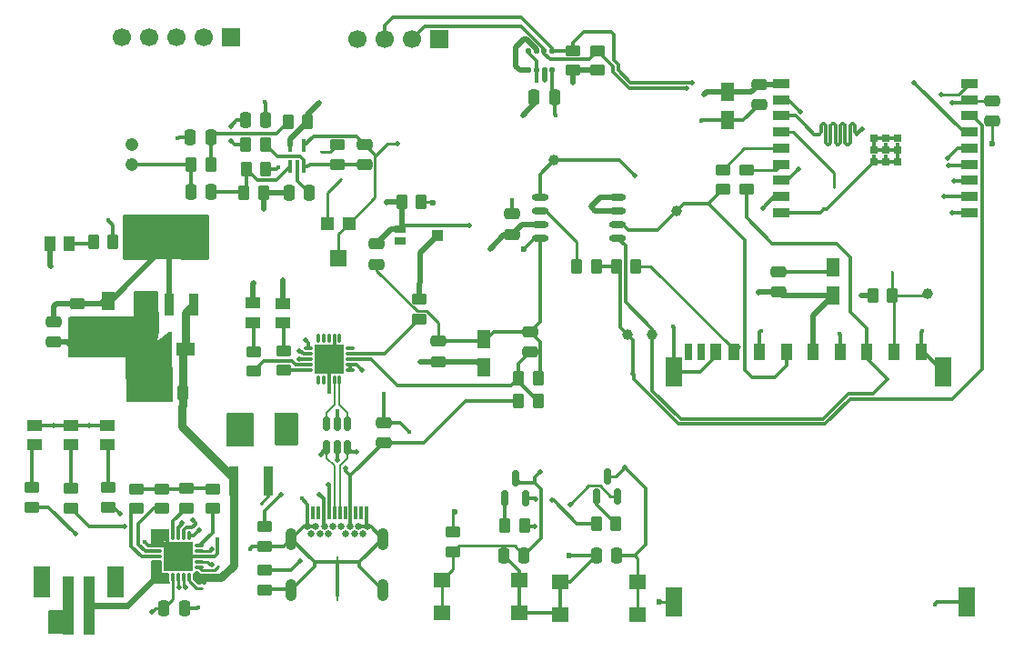
<source format=gtl>
%TF.GenerationSoftware,KiCad,Pcbnew,9.0.4*%
%TF.CreationDate,2025-12-28T12:05:50+05:30*%
%TF.ProjectId,ESP-32 C3 demo project004,4553502d-3332-4204-9333-2064656d6f20,rev?*%
%TF.SameCoordinates,Original*%
%TF.FileFunction,Copper,L1,Top*%
%TF.FilePolarity,Positive*%
%FSLAX45Y45*%
G04 Gerber Fmt 4.5, Leading zero omitted, Abs format (unit mm)*
G04 Created by KiCad (PCBNEW 9.0.4) date 2025-12-28 12:05:50*
%MOMM*%
%LPD*%
G01*
G04 APERTURE LIST*
G04 Aperture macros list*
%AMRoundRect*
0 Rectangle with rounded corners*
0 $1 Rounding radius*
0 $2 $3 $4 $5 $6 $7 $8 $9 X,Y pos of 4 corners*
0 Add a 4 corners polygon primitive as box body*
4,1,4,$2,$3,$4,$5,$6,$7,$8,$9,$2,$3,0*
0 Add four circle primitives for the rounded corners*
1,1,$1+$1,$2,$3*
1,1,$1+$1,$4,$5*
1,1,$1+$1,$6,$7*
1,1,$1+$1,$8,$9*
0 Add four rect primitives between the rounded corners*
20,1,$1+$1,$2,$3,$4,$5,0*
20,1,$1+$1,$4,$5,$6,$7,0*
20,1,$1+$1,$6,$7,$8,$9,0*
20,1,$1+$1,$8,$9,$2,$3,0*%
G04 Aperture macros list end*
%TA.AperFunction,SMDPad,CuDef*%
%ADD10RoundRect,0.250000X-0.450000X0.262500X-0.450000X-0.262500X0.450000X-0.262500X0.450000X0.262500X0*%
%TD*%
%TA.AperFunction,SMDPad,CuDef*%
%ADD11RoundRect,0.250000X-0.262500X-0.450000X0.262500X-0.450000X0.262500X0.450000X-0.262500X0.450000X0*%
%TD*%
%TA.AperFunction,SMDPad,CuDef*%
%ADD12R,1.230000X1.800000*%
%TD*%
%TA.AperFunction,SMDPad,CuDef*%
%ADD13RoundRect,0.250000X0.450000X-0.262500X0.450000X0.262500X-0.450000X0.262500X-0.450000X-0.262500X0*%
%TD*%
%TA.AperFunction,SMDPad,CuDef*%
%ADD14RoundRect,0.250000X0.262500X0.450000X-0.262500X0.450000X-0.262500X-0.450000X0.262500X-0.450000X0*%
%TD*%
%TA.AperFunction,SMDPad,CuDef*%
%ADD15RoundRect,0.150000X0.150000X-0.587500X0.150000X0.587500X-0.150000X0.587500X-0.150000X-0.587500X0*%
%TD*%
%TA.AperFunction,SMDPad,CuDef*%
%ADD16C,1.000000*%
%TD*%
%TA.AperFunction,SMDPad,CuDef*%
%ADD17O,1.600000X0.600000*%
%TD*%
%TA.AperFunction,SMDPad,CuDef*%
%ADD18RoundRect,0.250000X-0.475000X0.250000X-0.475000X-0.250000X0.475000X-0.250000X0.475000X0.250000X0*%
%TD*%
%TA.AperFunction,SMDPad,CuDef*%
%ADD19R,1.400000X1.000000*%
%TD*%
%TA.AperFunction,SMDPad,CuDef*%
%ADD20RoundRect,0.250000X0.475000X-0.250000X0.475000X0.250000X-0.475000X0.250000X-0.475000X-0.250000X0*%
%TD*%
%TA.AperFunction,SMDPad,CuDef*%
%ADD21RoundRect,0.100000X0.100000X-0.495000X0.100000X0.495000X-0.100000X0.495000X-0.100000X-0.495000X0*%
%TD*%
%TA.AperFunction,SMDPad,CuDef*%
%ADD22RoundRect,0.250000X-0.250000X-0.475000X0.250000X-0.475000X0.250000X0.475000X-0.250000X0.475000X0*%
%TD*%
%TA.AperFunction,SMDPad,CuDef*%
%ADD23R,1.000000X1.400000*%
%TD*%
%TA.AperFunction,SMDPad,CuDef*%
%ADD24RoundRect,0.065000X0.065000X-0.355000X0.065000X0.355000X-0.065000X0.355000X-0.065000X-0.355000X0*%
%TD*%
%TA.AperFunction,SMDPad,CuDef*%
%ADD25RoundRect,0.065000X0.355000X-0.065000X0.355000X0.065000X-0.355000X0.065000X-0.355000X-0.065000X0*%
%TD*%
%TA.AperFunction,SMDPad,CuDef*%
%ADD26R,2.700000X2.700000*%
%TD*%
%TA.AperFunction,SMDPad,CuDef*%
%ADD27RoundRect,0.150000X-0.150000X0.512500X-0.150000X-0.512500X0.150000X-0.512500X0.150000X0.512500X0*%
%TD*%
%TA.AperFunction,SMDPad,CuDef*%
%ADD28RoundRect,0.250000X0.250000X0.475000X-0.250000X0.475000X-0.250000X-0.475000X0.250000X-0.475000X0*%
%TD*%
%TA.AperFunction,SMDPad,CuDef*%
%ADD29R,1.000000X5.500000*%
%TD*%
%TA.AperFunction,SMDPad,CuDef*%
%ADD30R,1.600000X3.000000*%
%TD*%
%TA.AperFunction,ComponentPad*%
%ADD31C,1.208000*%
%TD*%
%TA.AperFunction,SMDPad,CuDef*%
%ADD32R,1.600000X1.400000*%
%TD*%
%TA.AperFunction,SMDPad,CuDef*%
%ADD33R,1.800000X1.230000*%
%TD*%
%TA.AperFunction,SMDPad,CuDef*%
%ADD34R,1.100000X0.800000*%
%TD*%
%TA.AperFunction,SMDPad,CuDef*%
%ADD35R,1.100000X1.000000*%
%TD*%
%TA.AperFunction,ComponentPad*%
%ADD36R,1.700000X1.700000*%
%TD*%
%TA.AperFunction,ComponentPad*%
%ADD37C,1.700000*%
%TD*%
%TA.AperFunction,SMDPad,CuDef*%
%ADD38RoundRect,0.065000X0.355000X0.065000X-0.355000X0.065000X-0.355000X-0.065000X0.355000X-0.065000X0*%
%TD*%
%TA.AperFunction,SMDPad,CuDef*%
%ADD39RoundRect,0.065000X0.065000X0.355000X-0.065000X0.355000X-0.065000X-0.355000X0.065000X-0.355000X0*%
%TD*%
%TA.AperFunction,SMDPad,CuDef*%
%ADD40R,0.910000X2.810000*%
%TD*%
%TA.AperFunction,SMDPad,CuDef*%
%ADD41RoundRect,0.056250X0.168750X-0.188750X0.168750X0.188750X-0.168750X0.188750X-0.168750X-0.188750X0*%
%TD*%
%TA.AperFunction,SMDPad,CuDef*%
%ADD42R,1.200000X1.200000*%
%TD*%
%TA.AperFunction,SMDPad,CuDef*%
%ADD43R,1.600000X1.500000*%
%TD*%
%TA.AperFunction,SMDPad,CuDef*%
%ADD44R,0.950000X2.150000*%
%TD*%
%TA.AperFunction,SMDPad,CuDef*%
%ADD45R,3.250000X2.150000*%
%TD*%
%TA.AperFunction,SMDPad,CuDef*%
%ADD46R,0.300000X1.200000*%
%TD*%
%TA.AperFunction,ComponentPad*%
%ADD47C,0.650000*%
%TD*%
%TA.AperFunction,SMDPad,CuDef*%
%ADD48R,0.200000X1.000000*%
%TD*%
%TA.AperFunction,ComponentPad*%
%ADD49O,1.050000X2.100000*%
%TD*%
%TA.AperFunction,SMDPad,CuDef*%
%ADD50R,1.500000X0.900000*%
%TD*%
%TA.AperFunction,SMDPad,CuDef*%
%ADD51R,0.700000X0.700000*%
%TD*%
%TA.AperFunction,ComponentPad*%
%ADD52C,0.400000*%
%TD*%
%TA.AperFunction,SMDPad,CuDef*%
%ADD53R,1.000000X1.500000*%
%TD*%
%TA.AperFunction,SMDPad,CuDef*%
%ADD54R,0.700000X1.500000*%
%TD*%
%TA.AperFunction,SMDPad,CuDef*%
%ADD55R,1.500000X2.800000*%
%TD*%
%TA.AperFunction,ViaPad*%
%ADD56C,0.600000*%
%TD*%
%TA.AperFunction,ViaPad*%
%ADD57C,0.450000*%
%TD*%
%TA.AperFunction,ViaPad*%
%ADD58C,0.500000*%
%TD*%
%TA.AperFunction,ViaPad*%
%ADD59C,0.300000*%
%TD*%
%TA.AperFunction,Conductor*%
%ADD60C,0.300000*%
%TD*%
%TA.AperFunction,Conductor*%
%ADD61C,0.250000*%
%TD*%
%TA.AperFunction,Conductor*%
%ADD62C,0.500000*%
%TD*%
%TA.AperFunction,Conductor*%
%ADD63C,0.800000*%
%TD*%
%TA.AperFunction,Conductor*%
%ADD64C,0.200000*%
%TD*%
%TA.AperFunction,Conductor*%
%ADD65C,0.600000*%
%TD*%
G04 APERTURE END LIST*
D10*
%TO.P,R3,1*%
%TO.N,Net-(J1-CC2)*%
X16497300Y-9421050D03*
%TO.P,R3,2*%
%TO.N,GND*%
X16497300Y-9603550D03*
%TD*%
D11*
%TO.P,R34,1*%
%TO.N,/ESP32-C3-02/RTS*%
X19584150Y-8986700D03*
%TO.P,R34,2*%
%TO.N,Net-(Q3-B)*%
X19766650Y-8986700D03*
%TD*%
D12*
%TO.P,C4,1*%
%TO.N,+3.3V*%
X15040000Y-6910000D03*
%TO.P,C4,2*%
%TO.N,GND*%
X15040000Y-7172000D03*
%TD*%
D13*
%TO.P,R24,1*%
%TO.N,+3.3V*%
X19367500Y-4764850D03*
%TO.P,R24,2*%
%TO.N,/ESP32-C3-02/SCL*%
X19367500Y-4582350D03*
%TD*%
D14*
%TO.P,R16,1*%
%TO.N,Net-(J3-DAT0)*%
X19954050Y-6591300D03*
%TO.P,R16,2*%
%TO.N,/ESP32-C3-02/MISO_DO*%
X19771550Y-6591300D03*
%TD*%
D15*
%TO.P,Q2,1,B*%
%TO.N,Net-(Q2-B)*%
X18734400Y-8751450D03*
%TO.P,Q2,2,E*%
%TO.N,/ESP32-C3-02/RTS*%
X18924400Y-8751450D03*
%TO.P,Q2,3,C*%
%TO.N,/ESP32-C3-02/EN*%
X18829400Y-8563950D03*
%TD*%
D16*
%TO.P,TP3,1,1*%
%TO.N,/ESP32-C3-02/SCLK*%
X20332700Y-6070600D03*
%TD*%
%TO.P,TP5,1,1*%
%TO.N,/ESP32-C3-02/CS*%
X19189700Y-5600700D03*
%TD*%
D14*
%TO.P,R29,1*%
%TO.N,GND*%
X16508250Y-5681000D03*
%TO.P,R29,2*%
%TO.N,Net-(U7-IN+)*%
X16325750Y-5681000D03*
%TD*%
D17*
%TO.P,U6,1,~{CS}*%
%TO.N,/ESP32-C3-02/CS*%
X19058300Y-5943600D03*
%TO.P,U6,2,DO(IO1)*%
%TO.N,Net-(U6-DO(IO1))*%
X19058300Y-6070600D03*
%TO.P,U6,3,~{WP}(IO2)*%
%TO.N,+3.3V*%
X19058300Y-6197600D03*
%TO.P,U6,4,GND*%
%TO.N,GND*%
X19058300Y-6324600D03*
%TO.P,U6,5,DI(IO0)*%
%TO.N,/ESP32-C3-02/MOSI_DI*%
X19778300Y-6324600D03*
%TO.P,U6,6,CLK*%
%TO.N,/ESP32-C3-02/SCLK*%
X19778300Y-6197600D03*
%TO.P,U6,7,~{HOLD}/~{RESET}(IO3)*%
%TO.N,+3.3V*%
X19778300Y-6070600D03*
%TO.P,U6,8,VCC*%
X19778300Y-5943600D03*
%TD*%
D16*
%TO.P,TP1,1,1*%
%TO.N,/ESP32-C3-02/MOSI_DI*%
X20104100Y-7226300D03*
%TD*%
D13*
%TO.P,R14,1*%
%TO.N,Net-(U4-~{TXT}{slash}GPIO.2)*%
X16677000Y-7559350D03*
%TO.P,R14,2*%
%TO.N,Net-(LED5-K)*%
X16677000Y-7376850D03*
%TD*%
D18*
%TO.P,C23,1*%
%TO.N,+3.3V*%
X14528800Y-7105900D03*
%TO.P,C23,2*%
%TO.N,GND*%
X14528800Y-7295900D03*
%TD*%
%TO.P,C24,1*%
%TO.N,/ESP32-C3-02/PHOTO_C*%
X17538700Y-6382000D03*
%TO.P,C24,2*%
%TO.N,GND*%
X17538700Y-6572000D03*
%TD*%
D16*
%TO.P,TP4,1,1*%
%TO.N,/ESP32-C3-02/CS_SD*%
X22669500Y-6845300D03*
%TD*%
D19*
%TO.P,LED2,1,K*%
%TO.N,Net-(LED2-K)*%
X14692000Y-8252000D03*
%TO.P,LED2,2,A*%
%TO.N,/+5V_USB*%
X14692000Y-8072000D03*
%TD*%
D11*
%TO.P,R12,1*%
%TO.N,/VBUS*%
X18860750Y-7846500D03*
%TO.P,R12,2*%
%TO.N,Net-(U4-VBUS)*%
X19043250Y-7846500D03*
%TD*%
D19*
%TO.P,LED1,1,K*%
%TO.N,Net-(LED1-K)*%
X14357000Y-8252000D03*
%TO.P,LED1,2,A*%
%TO.N,/+5V_USB*%
X14357000Y-8072000D03*
%TD*%
D11*
%TO.P,R23,1*%
%TO.N,/ESP32-C3-02/PHOTO_C*%
X17771750Y-5993000D03*
%TO.P,R23,2*%
%TO.N,GND*%
X17954250Y-5993000D03*
%TD*%
D12*
%TO.P,C7,1*%
%TO.N,+3.3V*%
X20806000Y-4969050D03*
%TO.P,C7,2*%
%TO.N,GND*%
X20806000Y-5231050D03*
%TD*%
%TO.P,C12,1*%
%TO.N,+3.3V*%
X21790000Y-6865050D03*
%TO.P,C12,2*%
%TO.N,GND*%
X21790000Y-6603050D03*
%TD*%
D20*
%TO.P,C13,1*%
%TO.N,+3.3V*%
X21283000Y-6832050D03*
%TO.P,C13,2*%
%TO.N,GND*%
X21283000Y-6642050D03*
%TD*%
D19*
%TO.P,LED6,1,K*%
%TO.N,Net-(LED6-K)*%
X16383000Y-7113100D03*
%TO.P,LED6,2,A*%
%TO.N,+3.3V*%
X16383000Y-6933100D03*
%TD*%
D20*
%TO.P,C20,1*%
%TO.N,Net-(U7-IN-)*%
X17427000Y-5643000D03*
%TO.P,C20,2*%
%TO.N,/ESP32-C3-02/MIC_OUT*%
X17427000Y-5453000D03*
%TD*%
D21*
%TO.P,U7,1,IN+*%
%TO.N,Net-(U7-IN+)*%
X16734000Y-5658000D03*
%TO.P,U7,2,GND*%
%TO.N,Net-(U7-GND)*%
X16799000Y-5658000D03*
%TO.P,U7,3,IN-*%
%TO.N,Net-(U7-IN-)*%
X16864000Y-5658000D03*
%TO.P,U7,4,OUT*%
%TO.N,/ESP32-C3-02/MIC_OUT*%
X16864000Y-5466000D03*
%TO.P,U7,5,VCC*%
%TO.N,+3.3V*%
X16734000Y-5466000D03*
%TD*%
D19*
%TO.P,LED3,1,K*%
%TO.N,Net-(LED3-K)*%
X15027000Y-8252000D03*
%TO.P,LED3,2,A*%
%TO.N,/+5V_USB*%
X15027000Y-8072000D03*
%TD*%
D13*
%TO.P,R2,1*%
%TO.N,Net-(U1-THERM)*%
X16010000Y-8846250D03*
%TO.P,R2,2*%
%TO.N,GND*%
X16010000Y-8663750D03*
%TD*%
D22*
%TO.P,C6,1*%
%TO.N,/+5V_USB*%
X15559000Y-9772000D03*
%TO.P,C6,2*%
%TO.N,GND*%
X15749000Y-9772000D03*
%TD*%
D14*
%TO.P,R10,1*%
%TO.N,GND*%
X15084250Y-6360000D03*
%TO.P,R10,2*%
%TO.N,/PWD_LED*%
X14901750Y-6360000D03*
%TD*%
D23*
%TO.P,LED4,1,K*%
%TO.N,/PWD_LED*%
X14676000Y-6380000D03*
%TO.P,LED4,2,A*%
%TO.N,+3.3V*%
X14496000Y-6380000D03*
%TD*%
D24*
%TO.P,U4,1,RS485/GPIO.1*%
%TO.N,unconnected-(U4-RS485{slash}GPIO.1-Pad1)*%
X16994200Y-7650300D03*
%TO.P,U4,2,CLK/GPIO.0*%
%TO.N,unconnected-(U4-CLK{slash}GPIO.0-Pad2)*%
X17044200Y-7650300D03*
%TO.P,U4,3,GND*%
%TO.N,GND*%
X17094200Y-7650300D03*
%TO.P,U4,4,D+*%
%TO.N,/ESP32-C3-02/USB_D+*%
X17144200Y-7650300D03*
%TO.P,U4,5,D-*%
%TO.N,/ESP32-C3-02/USB_D-*%
X17194200Y-7650300D03*
D25*
%TO.P,U4,6,VDD*%
%TO.N,+3.3V*%
X17287700Y-7556800D03*
%TO.P,U4,7,VREGIN*%
X17287700Y-7506800D03*
%TO.P,U4,8,VBUS*%
%TO.N,Net-(U4-VBUS)*%
X17287700Y-7456800D03*
%TO.P,U4,9,~{RST}*%
%TO.N,Net-(U4-~{RST})*%
X17287700Y-7406800D03*
%TO.P,U4,10,NC*%
%TO.N,unconnected-(U4-NC-Pad10)*%
X17287700Y-7356800D03*
D24*
%TO.P,U4,11,~{SUSPEND}*%
%TO.N,unconnected-(U4-~{SUSPEND}-Pad11)*%
X17194200Y-7263300D03*
%TO.P,U4,12,GND*%
%TO.N,GND*%
X17144200Y-7263300D03*
%TO.P,U4,13,~{WAKEUP}*%
%TO.N,unconnected-(U4-~{WAKEUP}-Pad13)*%
X17094200Y-7263300D03*
%TO.P,U4,14,SUSPEND*%
%TO.N,unconnected-(U4-SUSPEND-Pad14)*%
X17044200Y-7263300D03*
%TO.P,U4,15,~{CTS}*%
%TO.N,unconnected-(U4-~{CTS}-Pad15)*%
X16994200Y-7263300D03*
D25*
%TO.P,U4,16,~{RTS}*%
%TO.N,/ESP32-C3-02/RTS*%
X16900700Y-7356800D03*
%TO.P,U4,17,RXD*%
%TO.N,/ESP32-C3-02/RX_TX*%
X16900700Y-7406800D03*
%TO.P,U4,18,TXD*%
%TO.N,/ESP32-C3-02/TX_RX*%
X16900700Y-7456800D03*
%TO.P,U4,19,~{RXT}/GPIO.3*%
%TO.N,Net-(U4-~{RXT}{slash}GPIO.3)*%
X16900700Y-7506800D03*
%TO.P,U4,20,~{TXT}/GPIO.2*%
%TO.N,Net-(U4-~{TXT}{slash}GPIO.2)*%
X16900700Y-7556800D03*
D26*
%TO.P,U4,21,GND*%
%TO.N,GND*%
X17094200Y-7456800D03*
%TD*%
D10*
%TO.P,R4,1*%
%TO.N,Net-(J1-CC1)*%
X16497300Y-9014650D03*
%TO.P,R4,2*%
%TO.N,GND*%
X16497300Y-9197150D03*
%TD*%
%TO.P,R32,1*%
%TO.N,+3.3V*%
X18249900Y-9065450D03*
%TO.P,R32,2*%
%TO.N,/ESP32-C3-02/EN*%
X18249900Y-9247950D03*
%TD*%
D27*
%TO.P,U5,1,I/O1*%
%TO.N,/ESP32-C3-02/USB_D-*%
X17265400Y-8052350D03*
%TO.P,U5,2,GND*%
%TO.N,GND*%
X17170400Y-8052350D03*
%TO.P,U5,3,I/O2*%
%TO.N,/ESP32-C3-02/USB_D+*%
X17075400Y-8052350D03*
%TO.P,U5,4,I/O2*%
%TO.N,/USB_DP*%
X17075400Y-8279850D03*
%TO.P,U5,5,VBUS*%
%TO.N,/VBUS*%
X17170400Y-8279850D03*
%TO.P,U5,6,I/O1*%
%TO.N,/USB_DN*%
X17265400Y-8279850D03*
%TD*%
D10*
%TO.P,R15,1*%
%TO.N,Net-(U3-IO7)*%
X20979550Y-5691400D03*
%TO.P,R15,2*%
%TO.N,/ESP32-C3-02/MOSI_DI*%
X20979550Y-5873900D03*
%TD*%
D20*
%TO.P,C11,1*%
%TO.N,Net-(U4-VBUS)*%
X18965000Y-7389500D03*
%TO.P,C11,2*%
%TO.N,GND*%
X18965000Y-7199500D03*
%TD*%
D28*
%TO.P,C2,1*%
%TO.N,+5V*%
X15732000Y-7764000D03*
%TO.P,C2,2*%
%TO.N,GND*%
X15542000Y-7764000D03*
%TD*%
D11*
%TO.P,R13,1*%
%TO.N,Net-(U4-VBUS)*%
X18860750Y-7628500D03*
%TO.P,R13,2*%
%TO.N,GND*%
X19043250Y-7628500D03*
%TD*%
D19*
%TO.P,LED5,1,K*%
%TO.N,Net-(LED5-K)*%
X16668000Y-7117100D03*
%TO.P,LED5,2,A*%
%TO.N,+3.3V*%
X16668000Y-6937100D03*
%TD*%
D16*
%TO.P,TP2,1,1*%
%TO.N,/ESP32-C3-02/MISO_DO*%
X19875500Y-7226300D03*
%TD*%
D11*
%TO.P,R27,1*%
%TO.N,Net-(U7-IN+)*%
X16301750Y-5906000D03*
%TO.P,R27,2*%
%TO.N,+3.3V*%
X16484250Y-5906000D03*
%TD*%
D29*
%TO.P,J2,1,1*%
%TO.N,GND*%
X14664000Y-9753000D03*
%TO.P,J2,2,2*%
%TO.N,/VBAT*%
X14864000Y-9753000D03*
D30*
%TO.P,J2,S1*%
%TO.N,N/C*%
X14424000Y-9528000D03*
%TO.P,J2,S2*%
X15104000Y-9528000D03*
%TD*%
D13*
%TO.P,R31,1*%
%TO.N,Net-(U7-IN-)*%
X17173000Y-5639250D03*
%TO.P,R31,2*%
%TO.N,Net-(R17-Pad3)*%
X17173000Y-5456750D03*
%TD*%
D31*
%TO.P,MK1,GND*%
%TO.N,GND*%
X15263800Y-5454900D03*
%TO.P,MK1,OUT*%
%TO.N,Net-(C17-Pad2)*%
X15263800Y-5644900D03*
%TD*%
D11*
%TO.P,R28,1*%
%TO.N,Net-(C17-Pad2)*%
X15810750Y-5639000D03*
%TO.P,R28,2*%
%TO.N,Net-(C16-Pad2)*%
X15993250Y-5639000D03*
%TD*%
D32*
%TO.P,S1,1*%
%TO.N,GND*%
X19244400Y-9829800D03*
%TO.P,S1,2*%
%TO.N,/ESP32-C3-02/BOOT*%
X19964400Y-9829800D03*
%TO.P,S1,3*%
%TO.N,GND*%
X19244400Y-9529800D03*
%TO.P,S1,4*%
%TO.N,/ESP32-C3-02/BOOT*%
X19964400Y-9529800D03*
%TD*%
D13*
%TO.P,R20,1*%
%TO.N,/ESP32-C3-02/SCLK*%
X20759550Y-5873900D03*
%TO.P,R20,2*%
%TO.N,Net-(U3-IO6)*%
X20759550Y-5691400D03*
%TD*%
D14*
%TO.P,R19,1*%
%TO.N,/ESP32-C3-02/CS_SD*%
X22340250Y-6860050D03*
%TO.P,R19,2*%
%TO.N,+3.3V*%
X22157750Y-6860050D03*
%TD*%
D33*
%TO.P,C3,1*%
%TO.N,+5V*%
X15761000Y-7364000D03*
%TO.P,C3,2*%
%TO.N,GND*%
X15499000Y-7364000D03*
%TD*%
D32*
%TO.P,S2,1*%
%TO.N,GND*%
X18863900Y-9514700D03*
%TO.P,S2,2*%
%TO.N,/ESP32-C3-02/EN*%
X18143900Y-9514700D03*
%TO.P,S2,3*%
%TO.N,GND*%
X18863900Y-9814700D03*
%TO.P,S2,4*%
%TO.N,/ESP32-C3-02/EN*%
X18143900Y-9814700D03*
%TD*%
D13*
%TO.P,R8,1*%
%TO.N,/CHARGED*%
X14689000Y-8839250D03*
%TO.P,R8,2*%
%TO.N,Net-(LED2-K)*%
X14689000Y-8656750D03*
%TD*%
%TO.P,R9,1*%
%TO.N,/CHARGING*%
X14329000Y-8832250D03*
%TO.P,R9,2*%
%TO.N,Net-(LED1-K)*%
X14329000Y-8649750D03*
%TD*%
D34*
%TO.P,Q1,1*%
%TO.N,/ESP32-C3-02/PHOTO_C*%
X17754500Y-6246000D03*
%TO.P,Q1,2*%
%TO.N,N/C*%
X17754500Y-6356000D03*
D35*
%TO.P,Q1,3*%
%TO.N,+3.3V*%
X18105500Y-6301000D03*
%TD*%
D11*
%TO.P,R30,1*%
%TO.N,Net-(C19-Pad2)*%
X16321750Y-5456000D03*
%TO.P,R30,2*%
%TO.N,Net-(U7-IN-)*%
X16504250Y-5456000D03*
%TD*%
D18*
%TO.P,C5,1*%
%TO.N,+3.3V*%
X14748000Y-6937000D03*
%TO.P,C5,2*%
%TO.N,GND*%
X14748000Y-7127000D03*
%TD*%
D22*
%TO.P,C16,1*%
%TO.N,GND*%
X15805000Y-5386000D03*
%TO.P,C16,2*%
%TO.N,Net-(C16-Pad2)*%
X15995000Y-5386000D03*
%TD*%
D14*
%TO.P,R33,1*%
%TO.N,/ESP32-C3-02/DTR*%
X18915650Y-9004700D03*
%TO.P,R33,2*%
%TO.N,Net-(Q2-B)*%
X18733150Y-9004700D03*
%TD*%
D28*
%TO.P,C19,1*%
%TO.N,GND*%
X16508000Y-5228000D03*
%TO.P,C19,2*%
%TO.N,Net-(C19-Pad2)*%
X16318000Y-5228000D03*
%TD*%
D36*
%TO.P,J4,1,Pin_1*%
%TO.N,+3.3V*%
X18121000Y-4472000D03*
D37*
%TO.P,J4,2,Pin_2*%
%TO.N,/ESP32-C3-02/SDA*%
X17867000Y-4472000D03*
%TO.P,J4,3,Pin_3*%
%TO.N,/ESP32-C3-02/SCL*%
X17613000Y-4472000D03*
%TO.P,J4,4,Pin_4*%
%TO.N,GND*%
X17359000Y-4472000D03*
%TD*%
D18*
%TO.P,C8,1*%
%TO.N,+3.3V*%
X21098000Y-4894050D03*
%TO.P,C8,2*%
%TO.N,GND*%
X21098000Y-5084050D03*
%TD*%
D13*
%TO.P,R25,1*%
%TO.N,+3.3V*%
X19596100Y-4764850D03*
%TO.P,R25,2*%
%TO.N,/ESP32-C3-02/SDA*%
X19596100Y-4582350D03*
%TD*%
D11*
%TO.P,R26,1*%
%TO.N,Net-(C16-Pad2)*%
X16714750Y-5241000D03*
%TO.P,R26,2*%
%TO.N,+3.3V*%
X16897250Y-5241000D03*
%TD*%
D38*
%TO.P,U1,1,OUT*%
%TO.N,Net-(U1-OUT)*%
X15887500Y-9392000D03*
%TO.P,U1,2,VPCC*%
%TO.N,/+5V_USB*%
X15887500Y-9342000D03*
%TO.P,U1,3,SEL*%
%TO.N,GND*%
X15887500Y-9292000D03*
%TO.P,U1,4,PROG2*%
%TO.N,/+5V_USB*%
X15887500Y-9242000D03*
%TO.P,U1,5,THERM*%
%TO.N,Net-(U1-THERM)*%
X15887500Y-9192000D03*
D39*
%TO.P,U1,6,~{PG}*%
%TO.N,/CHARGING*%
X15794000Y-9098500D03*
%TO.P,U1,7,STAT2*%
%TO.N,/CHARGING_POWER_GOOD*%
X15744000Y-9098500D03*
%TO.P,U1,8,STAT1/~{LBO}*%
%TO.N,/CHARGED*%
X15694000Y-9098500D03*
%TO.P,U1,9,~{TE}*%
%TO.N,Net-(U1-~{TE})*%
X15644000Y-9098500D03*
%TO.P,U1,10,VSS*%
%TO.N,GND*%
X15594000Y-9098500D03*
D38*
%TO.P,U1,11,VSS*%
X15500500Y-9192000D03*
%TO.P,U1,12,PROG3*%
%TO.N,Net-(U1-PROG3)*%
X15500500Y-9242000D03*
%TO.P,U1,13,PROG1*%
%TO.N,Net-(U1-PROG1)*%
X15500500Y-9292000D03*
%TO.P,U1,14,VBAT*%
%TO.N,/VBAT*%
X15500500Y-9342000D03*
%TO.P,U1,15,VBAT*%
X15500500Y-9392000D03*
D39*
%TO.P,U1,16,VBAT_SENSE*%
X15594000Y-9485500D03*
%TO.P,U1,17,CE*%
%TO.N,/+5V_USB*%
X15644000Y-9485500D03*
%TO.P,U1,18,IN*%
X15694000Y-9485500D03*
%TO.P,U1,19,IN*%
X15744000Y-9485500D03*
%TO.P,U1,20,out*%
%TO.N,Net-(U1-OUT)*%
X15794000Y-9485500D03*
D26*
%TO.P,U1,21,VSS*%
%TO.N,GND*%
X15694000Y-9292000D03*
%TD*%
D13*
%TO.P,R18,1*%
%TO.N,Net-(U4-~{RXT}{slash}GPIO.3)*%
X16392000Y-7568350D03*
%TO.P,R18,2*%
%TO.N,Net-(LED6-K)*%
X16392000Y-7385850D03*
%TD*%
D12*
%TO.P,C9,1*%
%TO.N,GND*%
X18534000Y-7270500D03*
%TO.P,C9,2*%
%TO.N,+3.3V*%
X18534000Y-7532500D03*
%TD*%
D10*
%TO.P,R11,1*%
%TO.N,+3.3V*%
X17936000Y-6899250D03*
%TO.P,R11,2*%
%TO.N,Net-(U4-~{RST})*%
X17936000Y-7081750D03*
%TD*%
D13*
%TO.P,R5,1*%
%TO.N,Net-(U1-PROG1)*%
X15303000Y-8846250D03*
%TO.P,R5,2*%
%TO.N,GND*%
X15303000Y-8663750D03*
%TD*%
D18*
%TO.P,C10,1*%
%TO.N,GND*%
X18111000Y-7288500D03*
%TO.P,C10,2*%
%TO.N,+3.3V*%
X18111000Y-7478500D03*
%TD*%
D40*
%TO.P,F1,1,1*%
%TO.N,/VBUS*%
X16649700Y-8102600D03*
%TO.P,F1,2,2*%
%TO.N,/+5V_USB*%
X16325700Y-8102600D03*
%TD*%
D13*
%TO.P,R1,1*%
%TO.N,Net-(U1-~{TE})*%
X15764000Y-8839250D03*
%TO.P,R1,2*%
%TO.N,GND*%
X15764000Y-8656750D03*
%TD*%
D41*
%TO.P,U2,1,GND*%
%TO.N,GND*%
X18951700Y-4583600D03*
%TO.P,U2,2,CSB*%
%TO.N,+3.3V*%
X19025700Y-4585600D03*
%TO.P,U2,3,SDI*%
%TO.N,/ESP32-C3-02/SDA*%
X19098700Y-4585600D03*
%TO.P,U2,4,SCK*%
%TO.N,/ESP32-C3-02/SCL*%
X19172700Y-4584600D03*
%TO.P,U2,5,SDO*%
%TO.N,GND*%
X19172700Y-4761600D03*
%TO.P,U2,6,VDDIO*%
%TO.N,+3.3V*%
X19100700Y-4762600D03*
%TO.P,U2,7,GND*%
%TO.N,GND*%
X19026700Y-4761600D03*
%TO.P,U2,8,VDD*%
%TO.N,+3.3V*%
X18952700Y-4761600D03*
%TD*%
D28*
%TO.P,C22,1*%
%TO.N,/ESP32-C3-02/EN*%
X18912400Y-9283700D03*
%TO.P,C22,2*%
%TO.N,GND*%
X18722400Y-9283700D03*
%TD*%
D36*
%TO.P,J5,1,Pin_1*%
%TO.N,+3.3V*%
X16184000Y-4458000D03*
D37*
%TO.P,J5,2,Pin_2*%
%TO.N,/ESP32-C3-02/GPIO8*%
X15930000Y-4458000D03*
%TO.P,J5,3,Pin_3*%
%TO.N,/ESP32-C3-02/GPIO18*%
X15676000Y-4458000D03*
%TO.P,J5,4,Pin_4*%
%TO.N,/ESP32-C3-02/GPIO19*%
X15422000Y-4458000D03*
%TO.P,J5,5,Pin_5*%
%TO.N,GND*%
X15168000Y-4458000D03*
%TD*%
D42*
%TO.P,R17,1*%
%TO.N,/ESP32-C3-02/MIC_OUT*%
X17283100Y-6190000D03*
D43*
%TO.P,R17,2*%
X17183100Y-6515000D03*
D42*
%TO.P,R17,3*%
%TO.N,Net-(R17-Pad3)*%
X17083100Y-6190000D03*
%TD*%
D18*
%TO.P,C14,1*%
%TO.N,GND*%
X18799900Y-6102900D03*
%TO.P,C14,2*%
%TO.N,+3.3V*%
X18799900Y-6292900D03*
%TD*%
D22*
%TO.P,C15,1*%
%TO.N,+3.3V*%
X19005800Y-5016500D03*
%TO.P,C15,2*%
%TO.N,GND*%
X19195800Y-5016500D03*
%TD*%
D44*
%TO.P,VR1,1,GND*%
%TO.N,GND*%
X15377000Y-6944000D03*
%TO.P,VR1,2,VOUT_2*%
%TO.N,+3.3V*%
X15607000Y-6944000D03*
%TO.P,VR1,3,VIN*%
%TO.N,+5V*%
X15837000Y-6944000D03*
D45*
%TO.P,VR1,4,VOUT_4*%
%TO.N,+3.3V*%
X15607000Y-6364000D03*
%TD*%
D28*
%TO.P,C17,1*%
%TO.N,Net-(U7-IN+)*%
X15998000Y-5900000D03*
%TO.P,C17,2*%
%TO.N,Net-(C17-Pad2)*%
X15808000Y-5900000D03*
%TD*%
D46*
%TO.P,J1,A1,GNDA1*%
%TO.N,GND*%
X16895400Y-8888200D03*
%TO.P,J1,A2,SSTXP1*%
%TO.N,unconnected-(J1-SSTXP1-PadA2)*%
X16945400Y-8888200D03*
%TO.P,J1,A3,SSTXN1*%
%TO.N,unconnected-(J1-SSTXN1-PadA3)*%
X16995400Y-8888200D03*
%TO.P,J1,A4,VBUSA1*%
%TO.N,/VBUS*%
X17045400Y-8888200D03*
%TO.P,J1,A5,CC1*%
%TO.N,Net-(J1-CC1)*%
X17095400Y-8888200D03*
%TO.P,J1,A6,DP1*%
%TO.N,/USB_DP*%
X17145400Y-8888200D03*
%TO.P,J1,A7,DN1*%
%TO.N,/USB_DN*%
X17195400Y-8888200D03*
%TO.P,J1,A8,SBU1*%
%TO.N,unconnected-(J1-SBU1-PadA8)*%
X17245400Y-8888200D03*
%TO.P,J1,A9,VBUSA2*%
%TO.N,/VBUS*%
X17295400Y-8888200D03*
%TO.P,J1,A10,SSRXN2*%
%TO.N,unconnected-(J1-SSRXN2-PadA10)*%
X17345400Y-8888200D03*
%TO.P,J1,A11,SSRXP2*%
%TO.N,unconnected-(J1-SSRXP2-PadA11)*%
X17395400Y-8888200D03*
%TO.P,J1,A12,GNDA2*%
%TO.N,GND*%
X17445400Y-8888200D03*
D47*
%TO.P,J1,B1,GNDB1*%
X17450400Y-9013200D03*
%TO.P,J1,B2,SSTXP2*%
%TO.N,unconnected-(J1-SSTXP2-PadB2)*%
X17410400Y-9084200D03*
%TO.P,J1,B3,SSTXN2*%
%TO.N,unconnected-(J1-SSTXN2-PadB3)*%
X17330400Y-9084200D03*
%TO.P,J1,B4,VBUSB1*%
%TO.N,/VBUS*%
X17290400Y-9013200D03*
%TO.P,J1,B5,CC2*%
%TO.N,Net-(J1-CC2)*%
X17250400Y-9084200D03*
%TO.P,J1,B6,DP2*%
%TO.N,/USB_DP*%
X17210400Y-9013200D03*
%TO.P,J1,B7,DN2*%
%TO.N,/USB_DN*%
X17130400Y-9013200D03*
%TO.P,J1,B8,SBU2*%
%TO.N,unconnected-(J1-SBU2-PadB8)*%
X17090400Y-9084200D03*
%TO.P,J1,B9,VBUSB2*%
%TO.N,/VBUS*%
X17050400Y-9013200D03*
%TO.P,J1,B10,SSRXN1*%
%TO.N,unconnected-(J1-SSRXN1-PadB10)*%
X17010400Y-9084200D03*
%TO.P,J1,B11,SSRXP1*%
%TO.N,unconnected-(J1-SSRXP1-PadB11)*%
X16930400Y-9084200D03*
%TO.P,J1,B12,GNDB2*%
%TO.N,GND*%
X16890400Y-9013200D03*
%TO.P,J1,G1,GND/SHIELD*%
X17370400Y-9013200D03*
%TO.P,J1,G2,GND/SHIELD*%
X16970400Y-9013200D03*
D48*
%TO.P,J1,G3,GND/SHIELD*%
X17170400Y-9346200D03*
%TO.P,J1,G4,GND/SHIELD*%
X17170400Y-9656200D03*
D49*
%TO.P,J1,S1,GND/SHIELD*%
X16743400Y-9128200D03*
%TO.P,J1,S2,GND/SHIELD*%
X17597400Y-9128200D03*
%TO.P,J1,S3,GND/SHIELD*%
X16743400Y-9601200D03*
%TO.P,J1,S4,GND/SHIELD*%
X17597400Y-9601200D03*
%TD*%
D50*
%TO.P,U3,1,3V3*%
%TO.N,+3.3V*%
X21305000Y-4889050D03*
%TO.P,U3,2,EN*%
%TO.N,/ESP32-C3-02/EN*%
X21305000Y-5039050D03*
%TO.P,U3,3,IO4*%
%TO.N,/ESP32-C3-02/SDA*%
X21305000Y-5189050D03*
%TO.P,U3,4,IO5*%
%TO.N,/ESP32-C3-02/CS_SD*%
X21305000Y-5339050D03*
%TO.P,U3,5,IO6*%
%TO.N,Net-(U3-IO6)*%
X21305000Y-5489050D03*
%TO.P,U3,6,IO7*%
%TO.N,Net-(U3-IO7)*%
X21305000Y-5639050D03*
%TO.P,U3,7,IO8*%
%TO.N,/ESP32-C3-02/GPIO8*%
X21305000Y-5789050D03*
%TO.P,U3,8,IO9*%
%TO.N,/ESP32-C3-02/BOOT*%
X21305000Y-5939050D03*
%TO.P,U3,9,GND*%
%TO.N,GND*%
X21305000Y-6089050D03*
%TO.P,U3,10,IO10*%
%TO.N,/ESP32-C3-02/CS*%
X23055000Y-6089050D03*
%TO.P,U3,11,RXD*%
%TO.N,/ESP32-C3-02/TX_RX*%
X23055000Y-5939050D03*
%TO.P,U3,12,TXD*%
%TO.N,/ESP32-C3-02/RX_TX*%
X23055000Y-5789050D03*
%TO.P,U3,13,IO18*%
%TO.N,/ESP32-C3-02/GPIO18*%
X23055000Y-5639050D03*
%TO.P,U3,14,IO19*%
%TO.N,/ESP32-C3-02/GPIO19*%
X23055000Y-5489050D03*
%TO.P,U3,15,IO3*%
%TO.N,/ESP32-C3-02/SCL*%
X23055000Y-5339050D03*
%TO.P,U3,16,IO2*%
%TO.N,/ESP32-C3-02/MISO_DO*%
X23055000Y-5189050D03*
%TO.P,U3,17,IO1*%
%TO.N,/ESP32-C3-02/PHOTO_C*%
X23055000Y-5039050D03*
%TO.P,U3,18,IO0*%
%TO.N,/ESP32-C3-02/MIC_OUT*%
X23055000Y-4889050D03*
D51*
%TO.P,U3,19,GND*%
%TO.N,GND*%
X22166000Y-5399050D03*
%TO.P,U3,20,GND*%
X22276000Y-5399050D03*
%TO.P,U3,21,GND*%
X22386000Y-5399050D03*
%TO.P,U3,22,GND*%
X22166000Y-5509050D03*
%TO.P,U3,23,GND*%
X22276000Y-5509050D03*
%TO.P,U3,24,GND*%
X22386000Y-5509050D03*
%TO.P,U3,25,GND*%
X22166000Y-5619050D03*
%TO.P,U3,26,GND*%
X22276000Y-5619050D03*
%TO.P,U3,27,GND*%
X22386000Y-5619050D03*
D52*
%TO.P,U3,28,GND*%
X22221000Y-5399050D03*
%TO.P,U3,29,GND*%
X22331000Y-5399050D03*
%TO.P,U3,30,GND*%
X22166000Y-5454050D03*
%TO.P,U3,31,GND*%
X22276000Y-5454050D03*
%TO.P,U3,32,GND*%
X22386000Y-5454050D03*
%TO.P,U3,33,GND*%
X22221000Y-5509050D03*
%TO.P,U3,34,GND*%
X22331000Y-5509050D03*
%TO.P,U3,35,GND*%
X22166000Y-5564050D03*
%TO.P,U3,36,GND*%
X22276000Y-5564050D03*
%TO.P,U3,37,GND*%
X22386000Y-5564050D03*
%TO.P,U3,38,GND*%
X22221000Y-5619050D03*
%TO.P,U3,39,GND*%
X22331000Y-5619050D03*
%TD*%
D13*
%TO.P,R6,1*%
%TO.N,Net-(U1-PROG3)*%
X15537000Y-8846250D03*
%TO.P,R6,2*%
%TO.N,GND*%
X15537000Y-8663750D03*
%TD*%
D53*
%TO.P,J3,1,CD/DAT3*%
%TO.N,/ESP32-C3-02/CS_SD*%
X22354500Y-7389000D03*
%TO.P,J3,2,CMD*%
%TO.N,/ESP32-C3-02/MOSI_DI*%
X22104500Y-7389000D03*
%TO.P,J3,3,VSS1*%
%TO.N,GND*%
X21854500Y-7389000D03*
%TO.P,J3,4,VDD1*%
%TO.N,+3.3V*%
X21604500Y-7389000D03*
%TO.P,J3,5,CLK*%
%TO.N,/ESP32-C3-02/SCLK*%
X21354500Y-7389000D03*
%TO.P,J3,6,VSS2*%
%TO.N,GND*%
X21104500Y-7389000D03*
%TO.P,J3,7,DAT0*%
%TO.N,Net-(J3-DAT0)*%
X20862000Y-7389000D03*
%TO.P,J3,8,DAT1*%
%TO.N,GND*%
X20692000Y-7389000D03*
%TO.P,J3,9,DAT2*%
X22604500Y-7389000D03*
D54*
%TO.P,J3,CD_IND,CD_IND*%
%TO.N,unconnected-(J3-PadCD_IND)*%
X20562000Y-7389000D03*
D55*
%TO.P,J3,G1,SHIELD_GND*%
%TO.N,GND*%
X20302000Y-7569000D03*
%TO.P,J3,G2,SHIELD_GND*%
X22812000Y-7569000D03*
%TO.P,J3,G3,SHIELD_GND*%
X23032000Y-9719000D03*
%TO.P,J3,G4,SHIELD_GND*%
X20302000Y-9719000D03*
D54*
%TO.P,J3,WP,WP*%
%TO.N,unconnected-(J3-PadWP)*%
X20442000Y-7389000D03*
%TD*%
D20*
%TO.P,C1,1*%
%TO.N,/VBUS*%
X17602200Y-8235700D03*
%TO.P,C1,2*%
%TO.N,GND*%
X17602200Y-8045700D03*
%TD*%
D28*
%TO.P,C21,1*%
%TO.N,/ESP32-C3-02/BOOT*%
X19773400Y-9283700D03*
%TO.P,C21,2*%
%TO.N,GND*%
X19583400Y-9283700D03*
%TD*%
D40*
%TO.P,F2,1,1*%
%TO.N,+5V*%
X16208300Y-8585200D03*
%TO.P,F2,2,2*%
%TO.N,Net-(U1-OUT)*%
X16532300Y-8585200D03*
%TD*%
D13*
%TO.P,R7,1*%
%TO.N,/CHARGING_POWER_GOOD*%
X15036000Y-8832250D03*
%TO.P,R7,2*%
%TO.N,Net-(LED3-K)*%
X15036000Y-8649750D03*
%TD*%
D18*
%TO.P,C25,1*%
%TO.N,/ESP32-C3-02/PHOTO_C*%
X23266400Y-5048500D03*
%TO.P,C25,2*%
%TO.N,GND*%
X23266400Y-5238500D03*
%TD*%
D22*
%TO.P,C18,1*%
%TO.N,+3.3V*%
X16724000Y-5909000D03*
%TO.P,C18,2*%
%TO.N,Net-(U7-GND)*%
X16914000Y-5909000D03*
%TD*%
D15*
%TO.P,Q3,1,B*%
%TO.N,Net-(Q3-B)*%
X19589400Y-8730450D03*
%TO.P,Q3,2,E*%
%TO.N,/ESP32-C3-02/DTR*%
X19779400Y-8730450D03*
%TO.P,Q3,3,C*%
%TO.N,/ESP32-C3-02/BOOT*%
X19684400Y-8542950D03*
%TD*%
D14*
%TO.P,R22,1*%
%TO.N,/ESP32-C3-02/MISO_DO*%
X19585750Y-6591300D03*
%TO.P,R22,2*%
%TO.N,Net-(U6-DO(IO1))*%
X19403250Y-6591300D03*
%TD*%
D56*
%TO.N,GND*%
X23266400Y-5448300D03*
D57*
X15036800Y-6159500D03*
X21704300Y-6056900D03*
D56*
X18059400Y-5994400D03*
D57*
X14747000Y-7384000D03*
X21120100Y-7188200D03*
X18796000Y-5969000D03*
D56*
X18910300Y-6426200D03*
D57*
X15887700Y-8656750D03*
X14877000Y-7386000D03*
X16840200Y-8750300D03*
X22618700Y-7188200D03*
X21844000Y-7213600D03*
X16497300Y-5054600D03*
X14545000Y-9831000D03*
X20561300Y-5232400D03*
X15281000Y-7620000D03*
X19202400Y-5181600D03*
X15400000Y-7770000D03*
X16624300Y-5664200D03*
X15684500Y-5397500D03*
X15470000Y-9071000D03*
X14544000Y-9967000D03*
X15276000Y-7496000D03*
X15659100Y-8663750D03*
X15417800Y-8663750D03*
X20294600Y-7150100D03*
X17170172Y-7935985D03*
X17602200Y-7772400D03*
X22733000Y-9740900D03*
X15029000Y-7384000D03*
X17092900Y-7759700D03*
X14545000Y-9897000D03*
X21501100Y-6642050D03*
X15281000Y-7770000D03*
D56*
X19329400Y-9283700D03*
D57*
X15875000Y-9766300D03*
X16052800Y-9131300D03*
X17843500Y-8128000D03*
X15400000Y-7618000D03*
X16357600Y-9220200D03*
X15201900Y-7391400D03*
D56*
X20167600Y-9715500D03*
D57*
X19024600Y-4864100D03*
X15379700Y-9156700D03*
D58*
%TO.N,/VBUS*%
X16767100Y-8013700D03*
X17170400Y-8394700D03*
X17250954Y-8471454D03*
X16767100Y-8204200D03*
X17005300Y-8712200D03*
X16767100Y-8102600D03*
%TO.N,+3.3V*%
X18910300Y-4470400D03*
X17399000Y-7556500D03*
X17945100Y-7480300D03*
X14503400Y-6591300D03*
X15506700Y-6172200D03*
D56*
X18262600Y-8877300D03*
D58*
X15646400Y-6172200D03*
X15925800Y-6172200D03*
X14554200Y-6934200D03*
X15786100Y-6172200D03*
X18592800Y-6426200D03*
X16662400Y-6718300D03*
X22047200Y-6858000D03*
X16395700Y-6743700D03*
X15379700Y-6172200D03*
X19100800Y-4851400D03*
X16484600Y-6057900D03*
X17945100Y-6743700D03*
X21094700Y-6832600D03*
X18897600Y-5181600D03*
X20586700Y-4991800D03*
X17005300Y-5067300D03*
X15227300Y-6172200D03*
X19532600Y-6032500D03*
X19367500Y-4876800D03*
%TO.N,/+5V_USB*%
X14859000Y-8072000D03*
X16192700Y-8203600D03*
X15443200Y-9804400D03*
X16189700Y-8014600D03*
X15762200Y-9575800D03*
X14528800Y-8072000D03*
X15697200Y-9575800D03*
X16190700Y-8107600D03*
X16002000Y-9366400D03*
X16002000Y-9226400D03*
%TO.N,/ESP32-C3-02/MIC_OUT*%
X22796500Y-4991100D03*
X17729200Y-5448300D03*
%TO.N,/ESP32-C3-02/BOOT*%
X19846100Y-8463900D03*
X21132800Y-6045200D03*
%TO.N,/ESP32-C3-02/EN*%
X21481741Y-5150159D03*
X19058700Y-8502000D03*
%TO.N,/ESP32-C3-02/SDA*%
X22059900Y-5316125D03*
X20420400Y-4931800D03*
%TO.N,/ESP32-C3-02/SCL*%
X22542500Y-4876800D03*
X20472400Y-4876800D03*
%TO.N,/ESP32-C3-02/GPIO19*%
X22853626Y-5581388D03*
%TO.N,/ESP32-C3-02/GPIO18*%
X22860000Y-5651500D03*
%TO.N,/ESP32-C3-02/GPIO8*%
X21463000Y-5685400D03*
%TO.N,/ESP32-C3-02/RTS*%
X19016400Y-8756000D03*
X19173000Y-8768700D03*
X16878300Y-7277100D03*
%TO.N,/ESP32-C3-02/DTR*%
X19011400Y-9010000D03*
X19338100Y-8806800D03*
%TO.N,Net-(J1-CC2)*%
X16827500Y-9334500D03*
%TO.N,Net-(J1-CC1)*%
X17090000Y-8623147D03*
X16649700Y-8712200D03*
%TO.N,/CHARGING_POWER_GOOD*%
X15824226Y-8953118D03*
X15149491Y-8891609D03*
%TO.N,/CHARGED*%
X15722600Y-8978900D03*
X15192700Y-9012481D03*
%TO.N,/CHARGING*%
X15887700Y-9042400D03*
X14732000Y-9080500D03*
D59*
%TO.N,/ESP32-C3-02/CS_SD*%
X22339300Y-6642100D03*
X21793200Y-5854700D03*
D58*
%TO.N,/ESP32-C3-02/PHOTO_C*%
X18402300Y-6210300D03*
X22898100Y-5067300D03*
X17627600Y-5994400D03*
%TO.N,/ESP32-C3-02/CS*%
X22898100Y-6089050D03*
X19939000Y-5740400D03*
%TO.N,/USB_DP*%
X17018000Y-8343900D03*
%TO.N,/USB_DN*%
X17348200Y-8318500D03*
%TO.N,/ESP32-C3-02/RX_TX*%
X22910800Y-5791200D03*
X16814800Y-7378700D03*
%TO.N,/ESP32-C3-02/TX_RX*%
X16814800Y-7451800D03*
X22820140Y-5941840D03*
%TO.N,Net-(C19-Pad2)*%
X16179800Y-5290900D03*
X16179800Y-5422900D03*
D59*
%TO.N,Net-(U1-OUT)*%
X16459200Y-8801100D03*
X15913100Y-9588500D03*
X16065500Y-9385300D03*
%TO.N,Net-(R17-Pad3)*%
X17208500Y-5778500D03*
X17018000Y-5524500D03*
%TD*%
D60*
%TO.N,GND*%
X19195800Y-5175000D02*
X19202400Y-5181600D01*
X16508000Y-5228000D02*
X16508000Y-5065300D01*
D61*
X23266400Y-5238500D02*
X23266400Y-5448300D01*
D60*
X15084250Y-6360000D02*
X15084250Y-6206950D01*
X22166000Y-5509050D02*
X22166000Y-5399050D01*
X21751000Y-6642050D02*
X21790000Y-6603050D01*
X19026700Y-4862000D02*
X19024600Y-4864100D01*
X15694000Y-9292000D02*
X15594000Y-9192000D01*
X19062600Y-7609150D02*
X19043250Y-7628500D01*
X19337300Y-9529800D02*
X19244400Y-9529800D01*
X17450400Y-9013200D02*
X17370400Y-9013200D01*
X22166000Y-5619050D02*
X22276000Y-5619050D01*
D61*
X17916704Y-7007900D02*
X18001409Y-7007900D01*
D60*
X17379400Y-9346200D02*
X17379400Y-9383200D01*
X17445400Y-9008200D02*
X17450400Y-9013200D01*
X18799900Y-6102900D02*
X18799900Y-5972900D01*
X17170172Y-7949972D02*
X17170400Y-7950200D01*
X22276000Y-5509050D02*
X22166000Y-5509050D01*
X17602200Y-8045700D02*
X17602200Y-7772400D01*
X15694000Y-9292000D02*
X15887500Y-9292000D01*
X15869300Y-9772000D02*
X15875000Y-9766300D01*
X22632000Y-7389000D02*
X22812000Y-7569000D01*
X19212700Y-9814700D02*
X18863900Y-9814700D01*
X16895400Y-8805500D02*
X16840200Y-8750300D01*
X15769000Y-9292000D02*
X15773400Y-9296400D01*
X16740450Y-9598250D02*
X16743400Y-9601200D01*
X22276000Y-5619050D02*
X22386000Y-5619050D01*
X16970400Y-9013200D02*
X16890400Y-9013200D01*
X16890400Y-8893200D02*
X16895400Y-8888200D01*
X17482400Y-9013200D02*
X17597400Y-9128200D01*
X15696000Y-5386000D02*
X15684500Y-5397500D01*
X22276000Y-5399050D02*
X22386000Y-5399050D01*
X16502600Y-9598250D02*
X16740450Y-9598250D01*
X19583400Y-9283700D02*
X19329400Y-9283700D01*
X22386000Y-5619050D02*
X22386000Y-5509050D01*
X20562650Y-5231050D02*
X20561300Y-5232400D01*
X20806000Y-5231050D02*
X20951000Y-5231050D01*
D62*
X14658900Y-7295900D02*
X14747000Y-7384000D01*
D60*
X15537000Y-8663750D02*
X15659100Y-8663750D01*
X22604500Y-7389000D02*
X22604500Y-7202400D01*
X17597400Y-9128200D02*
X17379400Y-9346200D01*
X17445400Y-8888200D02*
X17445400Y-9008200D01*
X15417800Y-8663750D02*
X15537000Y-8663750D01*
D61*
X18001409Y-7007900D02*
X18111000Y-7117491D01*
D60*
X15500500Y-9192000D02*
X15415000Y-9192000D01*
X19026700Y-4680100D02*
X18951700Y-4605100D01*
D61*
X20171100Y-9719000D02*
X20167600Y-9715500D01*
D60*
X15303000Y-8663750D02*
X15417800Y-8663750D01*
X18965000Y-7199500D02*
X19062600Y-7297100D01*
X18863900Y-9814700D02*
X18863900Y-9514700D01*
X21854500Y-7389000D02*
X21854500Y-7224100D01*
X15805000Y-5386000D02*
X15696000Y-5386000D01*
X19058300Y-6324600D02*
X19011900Y-6324600D01*
X17094200Y-7758400D02*
X17092900Y-7759700D01*
D61*
X18058000Y-5993000D02*
X18059400Y-5994400D01*
D60*
X22604500Y-7202400D02*
X22618700Y-7188200D01*
X18516000Y-7288500D02*
X18534000Y-7270500D01*
X21854500Y-7224100D02*
X21844000Y-7213600D01*
X15749000Y-9772000D02*
X15869300Y-9772000D01*
X17094200Y-7650300D02*
X17094200Y-7758400D01*
X21704300Y-6056900D02*
X21728150Y-6056900D01*
X22166000Y-5399050D02*
X22276000Y-5399050D01*
X17144200Y-7406800D02*
X17094200Y-7456800D01*
X16052800Y-9131300D02*
X16057100Y-9135600D01*
X18560800Y-7270500D02*
X18631800Y-7199500D01*
X21104500Y-7203800D02*
X21120100Y-7188200D01*
X18863900Y-9425200D02*
X18722400Y-9283700D01*
X19244400Y-9529800D02*
X19244400Y-9829800D01*
X15415000Y-9192000D02*
X15379700Y-9156700D01*
X17761200Y-8045700D02*
X17843500Y-8128000D01*
X18631800Y-7199500D02*
X18965000Y-7199500D01*
X23032000Y-9719000D02*
X22754900Y-9719000D01*
X16057100Y-9264311D02*
X16029411Y-9292000D01*
X19058300Y-7106200D02*
X18965000Y-7199500D01*
X16497300Y-9603550D02*
X16502600Y-9598250D01*
X15887700Y-8656750D02*
X16003000Y-8656750D01*
X19195800Y-5016500D02*
X19195800Y-5175000D01*
X21672150Y-6089050D02*
X21305000Y-6089050D01*
X19026700Y-4761600D02*
X19026700Y-4680100D01*
X18863900Y-9514700D02*
X18863900Y-9425200D01*
X16890400Y-9013200D02*
X16890400Y-8893200D01*
X16607500Y-5681000D02*
X16624300Y-5664200D01*
X18534000Y-7270500D02*
X18560800Y-7270500D01*
X17450400Y-9013200D02*
X17482400Y-9013200D01*
X20548800Y-7569000D02*
X20302000Y-7569000D01*
X16508000Y-5065300D02*
X16497300Y-5054600D01*
X20692000Y-7389000D02*
X20692000Y-7425800D01*
X19011900Y-6324600D02*
X18910300Y-6426200D01*
D61*
X18111000Y-7117491D02*
X18111000Y-7288500D01*
D60*
X17094200Y-7650300D02*
X17094200Y-7456800D01*
D61*
X17538700Y-6572000D02*
X17538700Y-6629896D01*
D60*
X22386000Y-5509050D02*
X22276000Y-5509050D01*
X16508250Y-5681000D02*
X16607500Y-5681000D01*
X22604500Y-7389000D02*
X22632000Y-7389000D01*
X16858400Y-9013200D02*
X16743400Y-9128200D01*
X19227800Y-9829800D02*
X19212700Y-9814700D01*
D62*
X14528800Y-7295900D02*
X14658900Y-7295900D01*
D60*
X15757000Y-8663750D02*
X15764000Y-8656750D01*
X15764000Y-8656750D02*
X15887700Y-8656750D01*
X21283000Y-6642050D02*
X21501100Y-6642050D01*
X20692000Y-7425800D02*
X20548800Y-7569000D01*
X21501100Y-6642050D02*
X21751000Y-6642050D01*
X19058300Y-6324600D02*
X19058300Y-7106200D01*
X16961400Y-9383200D02*
X16743400Y-9601200D01*
X15594000Y-9192000D02*
X15594000Y-9098500D01*
X17170172Y-7935985D02*
X17170172Y-7949972D01*
X19062600Y-7297100D02*
X19062600Y-7609150D01*
X19026700Y-4761600D02*
X19026700Y-4862000D01*
X17170400Y-9346200D02*
X17170400Y-9656200D01*
X20302000Y-7569000D02*
X20302000Y-7157500D01*
X21104500Y-7389000D02*
X21104500Y-7203800D01*
X19244400Y-9829800D02*
X19227800Y-9829800D01*
X16057100Y-9135600D02*
X16057100Y-9264311D01*
X18951700Y-4605100D02*
X18951700Y-4583600D01*
X21728150Y-6056900D02*
X22166000Y-5619050D01*
X17170400Y-9346200D02*
X16961400Y-9346200D01*
D61*
X17954250Y-5993000D02*
X18058000Y-5993000D01*
D60*
X16961400Y-9346200D02*
X16743400Y-9128200D01*
X16674450Y-9197150D02*
X16743400Y-9128200D01*
X15659100Y-8663750D02*
X15757000Y-8663750D01*
X20302000Y-7157500D02*
X20294600Y-7150100D01*
X16961400Y-9346200D02*
X16961400Y-9383200D01*
X22276000Y-5509050D02*
X22221000Y-5509050D01*
X15084250Y-6206950D02*
X15036800Y-6159500D01*
X16890400Y-9013200D02*
X16858400Y-9013200D01*
X17602200Y-8045700D02*
X17761200Y-8045700D01*
X16895400Y-8888200D02*
X16895400Y-8805500D01*
X15594000Y-9192000D02*
X15500500Y-9192000D01*
X22754900Y-9719000D02*
X22733000Y-9740900D01*
X20806000Y-5231050D02*
X20562650Y-5231050D01*
X17170400Y-7950200D02*
X17170400Y-8052350D01*
X17379400Y-9346200D02*
X17170400Y-9346200D01*
X16497300Y-9197150D02*
X16674450Y-9197150D01*
X19172700Y-4993400D02*
X19195800Y-5016500D01*
X16003000Y-8656750D02*
X16010000Y-8663750D01*
X18111000Y-7288500D02*
X18516000Y-7288500D01*
D61*
X20302000Y-9719000D02*
X20171100Y-9719000D01*
D60*
X18799900Y-5972900D02*
X18796000Y-5969000D01*
X19583400Y-9283700D02*
X19337300Y-9529800D01*
X21704300Y-6056900D02*
X21672150Y-6089050D01*
X19172700Y-4761600D02*
X19172700Y-4993400D01*
X17379400Y-9383200D02*
X17597400Y-9601200D01*
X16029411Y-9292000D02*
X15887500Y-9292000D01*
X16497300Y-9197150D02*
X16380650Y-9197150D01*
X20951000Y-5231050D02*
X21098000Y-5084050D01*
X16380650Y-9197150D02*
X16357600Y-9220200D01*
X17144200Y-7263300D02*
X17144200Y-7406800D01*
D61*
X17538700Y-6629896D02*
X17916704Y-7007900D01*
D60*
%TO.N,/VBUS*%
X18366300Y-7846500D02*
X18860750Y-7846500D01*
X17602200Y-8235700D02*
X17977100Y-8235700D01*
X17602200Y-8235700D02*
X17295400Y-8542500D01*
X17045400Y-8752300D02*
X17005300Y-8712200D01*
X17170400Y-8279850D02*
X17170400Y-8394700D01*
X17045400Y-8888200D02*
X17045400Y-8752300D01*
X17250954Y-8498054D02*
X17295400Y-8542500D01*
X17977100Y-8235700D02*
X18366300Y-7846500D01*
X17290400Y-9013200D02*
X17295500Y-9008100D01*
X17295400Y-8542500D02*
X17295400Y-8888200D01*
X17250954Y-8471454D02*
X17250954Y-8498054D01*
X17045400Y-9008200D02*
X17050400Y-9013200D01*
X17045400Y-8888200D02*
X17045400Y-9008200D01*
X17295500Y-9008100D02*
X17295500Y-8888200D01*
D63*
%TO.N,+5V*%
X16205200Y-9372600D02*
X16205200Y-8559800D01*
X16090900Y-9486900D02*
X16205200Y-9372600D01*
X15732000Y-7764000D02*
X15732000Y-7393000D01*
X16205200Y-8559800D02*
X15722600Y-8077200D01*
X15761000Y-7020000D02*
X15837000Y-6944000D01*
X15732000Y-7393000D02*
X15761000Y-7364000D01*
X15761000Y-7364000D02*
X15761000Y-7020000D01*
X15732000Y-7887200D02*
X15732000Y-7764000D01*
X15875000Y-9486900D02*
X16090900Y-9486900D01*
X15722600Y-7896600D02*
X15732000Y-7887200D01*
X15722600Y-8077200D02*
X15722600Y-7896600D01*
D62*
%TO.N,+3.3V*%
X21604500Y-7050550D02*
X21790000Y-6865050D01*
X16897250Y-5175350D02*
X17005300Y-5067300D01*
X14748000Y-6937000D02*
X14557000Y-6937000D01*
D61*
X18249900Y-8890000D02*
X18262600Y-8877300D01*
D62*
X18895200Y-6197600D02*
X19058300Y-6197600D01*
X14999900Y-6910000D02*
X14972900Y-6937000D01*
X16897250Y-5241000D02*
X16897250Y-5175350D01*
X16484250Y-5906000D02*
X16484250Y-6057550D01*
X17936000Y-6899250D02*
X17936000Y-6752800D01*
X16383000Y-6756400D02*
X16395700Y-6743700D01*
X18952700Y-4761600D02*
X18871300Y-4761600D01*
X18799900Y-6292900D02*
X18895200Y-6197600D01*
X14972900Y-6937000D02*
X14748000Y-6937000D01*
X16724000Y-5909000D02*
X16487250Y-5909000D01*
X21300000Y-4894050D02*
X21305000Y-4889050D01*
X15607000Y-6364000D02*
X15607000Y-6211600D01*
X15061000Y-6910000D02*
X15607000Y-6364000D01*
X19778300Y-5943600D02*
X19621500Y-5943600D01*
X18480000Y-7478500D02*
X18534000Y-7532500D01*
X18871300Y-4761600D02*
X18834100Y-4724400D01*
X14528800Y-6959600D02*
X14554200Y-6934200D01*
X19005800Y-5073400D02*
X18897600Y-5181600D01*
X22049250Y-6860050D02*
X22047200Y-6858000D01*
X21604500Y-7389000D02*
X21604500Y-7050550D01*
X15607000Y-6364000D02*
X15607000Y-6944000D01*
X14496000Y-6380000D02*
X14496000Y-6583900D01*
X18726100Y-6292900D02*
X18799900Y-6292900D01*
X19025700Y-4564100D02*
X18932000Y-4470400D01*
X14557000Y-6937000D02*
X14554200Y-6934200D01*
X20806000Y-4969050D02*
X21023000Y-4969050D01*
D60*
X17399000Y-7556500D02*
X17349300Y-7506800D01*
D62*
X21790000Y-6865050D02*
X21316000Y-6865050D01*
X16487250Y-5909000D02*
X16484250Y-5906000D01*
X16668000Y-6723900D02*
X16662400Y-6718300D01*
X21098000Y-4894050D02*
X21300000Y-4894050D01*
X19621500Y-5943600D02*
X19532600Y-6032500D01*
X18592800Y-6426200D02*
X18726100Y-6292900D01*
X19025700Y-4585600D02*
X19025700Y-4564100D01*
X18111000Y-7478500D02*
X18480000Y-7478500D01*
X16734000Y-5404250D02*
X16897250Y-5241000D01*
X19100700Y-4851300D02*
X19100800Y-4851400D01*
X17945100Y-6743700D02*
X17945100Y-6461400D01*
X21095250Y-6832050D02*
X21094700Y-6832600D01*
X14528800Y-7105900D02*
X14528800Y-6959600D01*
X21316000Y-6865050D02*
X21283000Y-6832050D01*
X22157750Y-6860050D02*
X22049250Y-6860050D01*
X19778300Y-6070600D02*
X19570700Y-6070600D01*
X19570700Y-6070600D02*
X19532600Y-6032500D01*
X16383000Y-6933100D02*
X16383000Y-6756400D01*
X18111000Y-7478500D02*
X17946900Y-7478500D01*
X20806000Y-4969050D02*
X20609450Y-4969050D01*
D61*
X18249900Y-9065450D02*
X18249900Y-8890000D01*
D62*
X19367500Y-4764850D02*
X19596100Y-4764850D01*
X19005800Y-5016500D02*
X19005800Y-5073400D01*
X17945100Y-6461400D02*
X18073610Y-6332890D01*
X15607000Y-6211600D02*
X15646400Y-6172200D01*
D60*
X17287700Y-7556800D02*
X17287700Y-7506800D01*
D62*
X16668000Y-6937100D02*
X16668000Y-6723900D01*
X18834100Y-4724400D02*
X18834100Y-4546600D01*
X17936000Y-6752800D02*
X17945100Y-6743700D01*
X14496000Y-6583900D02*
X14503400Y-6591300D01*
D60*
X17349300Y-7506800D02*
X17287700Y-7506800D01*
D62*
X20609450Y-4969050D02*
X20586700Y-4991800D01*
X18932000Y-4470400D02*
X18910300Y-4470400D01*
X19100700Y-4762600D02*
X19100700Y-4851300D01*
X21283000Y-6832050D02*
X21095250Y-6832050D01*
X18834100Y-4546600D02*
X18910300Y-4470400D01*
X16484250Y-6057550D02*
X16484600Y-6057900D01*
X21023000Y-4969050D02*
X21098000Y-4894050D01*
X16734000Y-5466000D02*
X16734000Y-5404250D01*
X19367500Y-4764850D02*
X19367500Y-4876800D01*
X15040000Y-6910000D02*
X14999900Y-6910000D01*
X15040000Y-6910000D02*
X15061000Y-6910000D01*
X17946900Y-7478500D02*
X17945100Y-7480300D01*
D61*
%TO.N,/+5V_USB*%
X15559000Y-9772000D02*
X15644000Y-9687000D01*
X15559000Y-9772000D02*
X15475600Y-9772000D01*
X15475600Y-9772000D02*
X15443200Y-9804400D01*
X15744000Y-9557600D02*
X15762200Y-9575800D01*
D60*
X14859000Y-8072000D02*
X15027000Y-8072000D01*
D61*
X15890700Y-9238800D02*
X15989600Y-9238800D01*
X15744000Y-9485500D02*
X15744000Y-9557600D01*
X15966141Y-9342000D02*
X15990541Y-9366400D01*
X15989600Y-9238800D02*
X16002000Y-9226400D01*
D60*
X14528800Y-8072000D02*
X14859000Y-8072000D01*
D61*
X15694000Y-9572600D02*
X15697200Y-9575800D01*
X15990541Y-9366400D02*
X16002000Y-9366400D01*
X15887500Y-9242000D02*
X15890700Y-9238800D01*
X15694000Y-9485500D02*
X15694000Y-9572600D01*
D60*
X14357000Y-8072000D02*
X14528800Y-8072000D01*
D61*
X15644000Y-9687000D02*
X15644000Y-9485500D01*
X15887500Y-9342000D02*
X15966141Y-9342000D01*
D60*
%TO.N,Net-(U4-VBUS)*%
X18860750Y-7664000D02*
X19043250Y-7846500D01*
X18860750Y-7628500D02*
X18860750Y-7493750D01*
X18860750Y-7628500D02*
X18860750Y-7664000D01*
X17728111Y-7696200D02*
X17488711Y-7456800D01*
X18793050Y-7696200D02*
X17728111Y-7696200D01*
X18860750Y-7628500D02*
X18793050Y-7696200D01*
X18860750Y-7493750D02*
X18965000Y-7389500D01*
X17488711Y-7456800D02*
X17287700Y-7456800D01*
%TO.N,Net-(C16-Pad2)*%
X16030100Y-5350900D02*
X15995000Y-5386000D01*
X15993250Y-5639000D02*
X15993250Y-5387750D01*
X16604850Y-5350900D02*
X16030100Y-5350900D01*
X15993250Y-5387750D02*
X15995000Y-5386000D01*
X16714750Y-5241000D02*
X16604850Y-5350900D01*
%TO.N,Net-(U7-GND)*%
X16799000Y-5794000D02*
X16799000Y-5658000D01*
X16914000Y-5909000D02*
X16799000Y-5794000D01*
D61*
%TO.N,/ESP32-C3-02/MIC_OUT*%
X17522100Y-5548100D02*
X17427000Y-5453000D01*
X22952950Y-4991100D02*
X23055000Y-4889050D01*
D60*
X17423250Y-5456750D02*
X17427000Y-5453000D01*
D61*
X17183100Y-6290000D02*
X17283100Y-6190000D01*
X17522100Y-5951000D02*
X17522100Y-5562600D01*
X22796500Y-4991100D02*
X22952950Y-4991100D01*
X17522100Y-5562600D02*
X17522100Y-5548100D01*
X17522100Y-5562600D02*
X17636400Y-5448300D01*
X17283100Y-6190000D02*
X17522100Y-5951000D01*
X17183100Y-6515000D02*
X17183100Y-6290000D01*
D60*
X16864000Y-5466000D02*
X16949600Y-5380400D01*
X17354400Y-5380400D02*
X17427000Y-5453000D01*
X16949600Y-5380400D02*
X17354400Y-5380400D01*
D61*
X17636400Y-5448300D02*
X17729200Y-5448300D01*
D60*
%TO.N,/ESP32-C3-02/BOOT*%
X21238950Y-5939050D02*
X21305000Y-5939050D01*
X21132800Y-6045200D02*
X21238950Y-5939050D01*
X20040600Y-9182100D02*
X20040600Y-8658400D01*
X19939000Y-9283700D02*
X20040600Y-9182100D01*
D61*
X19684400Y-8542950D02*
X19767050Y-8542950D01*
X19964400Y-9829800D02*
X19964400Y-9529800D01*
D60*
X19773400Y-9283700D02*
X19939000Y-9283700D01*
X20040600Y-8658400D02*
X19846100Y-8463900D01*
D61*
X19767050Y-8542950D02*
X19846100Y-8463900D01*
X19964400Y-9309100D02*
X19939000Y-9283700D01*
X19964400Y-9529800D02*
X19964400Y-9309100D01*
%TO.N,/ESP32-C3-02/EN*%
X18249900Y-9408700D02*
X18143900Y-9514700D01*
D60*
X21481741Y-5150159D02*
X21370632Y-5039050D01*
X18869050Y-8603600D02*
X18829400Y-8563950D01*
D61*
X18822300Y-9193600D02*
X18912400Y-9283700D01*
D60*
X18912400Y-9283700D02*
X19071400Y-9124700D01*
X19007900Y-8603600D02*
X18869050Y-8603600D01*
X19007900Y-8603600D02*
X19007900Y-8552800D01*
D61*
X18249900Y-9247950D02*
X18249900Y-9408700D01*
X18143900Y-9814700D02*
X18143900Y-9514700D01*
D60*
X19007900Y-8552800D02*
X19058700Y-8502000D01*
X19071400Y-8667100D02*
X19007900Y-8603600D01*
D61*
X18304250Y-9193600D02*
X18822300Y-9193600D01*
D60*
X19071400Y-9124700D02*
X19071400Y-8667100D01*
D61*
X18249900Y-9247950D02*
X18304250Y-9193600D01*
D60*
X21370632Y-5039050D02*
X21305000Y-5039050D01*
%TO.N,/ESP32-C3-02/SDA*%
X21811100Y-5441400D02*
X21811100Y-5359400D01*
X22052375Y-5316125D02*
X22009100Y-5359400D01*
X21946100Y-5277400D02*
X21946100Y-5341400D01*
X21613200Y-5359400D02*
X21525400Y-5271600D01*
X19154400Y-4663700D02*
X19514750Y-4663700D01*
X21766100Y-5359400D02*
X21766100Y-5441400D01*
X22059900Y-5316125D02*
X22052375Y-5316125D01*
X19514750Y-4663700D02*
X19596100Y-4582350D01*
X17987100Y-4351900D02*
X18885500Y-4351900D01*
X21883100Y-5259400D02*
X21874100Y-5259400D01*
X21525400Y-5271600D02*
X21442850Y-5189050D01*
X21856100Y-5359400D02*
X21856100Y-5441400D01*
X19741500Y-4727750D02*
X19741500Y-4781181D01*
X21748100Y-5459400D02*
X21739100Y-5459400D01*
X19098700Y-4565100D02*
X19098700Y-4585600D01*
X21928100Y-5459400D02*
X21919100Y-5459400D01*
X21793100Y-5259400D02*
X21784100Y-5259400D01*
X17867000Y-4472000D02*
X17987100Y-4351900D01*
X21721100Y-5441400D02*
X21721100Y-5359400D01*
X18885500Y-4351900D02*
X19098700Y-4565100D01*
X21766100Y-5277400D02*
X21766100Y-5359400D01*
X21901100Y-5359400D02*
X21901100Y-5277400D01*
X19098700Y-4585600D02*
X19098700Y-4608000D01*
X19892119Y-4931800D02*
X20420400Y-4931800D01*
X21991100Y-5341400D02*
X21991100Y-5277400D01*
X21649100Y-5359400D02*
X21613200Y-5359400D01*
X21856100Y-5277400D02*
X21856100Y-5359400D01*
X21973100Y-5259400D02*
X21964100Y-5259400D01*
X21946100Y-5341400D02*
X21946100Y-5359400D01*
X21721100Y-5359400D02*
X21721100Y-5341400D01*
X21901100Y-5441400D02*
X21901100Y-5359400D01*
X21721100Y-5341400D02*
X21721100Y-5277400D01*
X21946100Y-5359400D02*
X21946100Y-5441400D01*
X21676100Y-5277400D02*
X21676100Y-5341400D01*
X21838100Y-5459400D02*
X21829100Y-5459400D01*
X19098700Y-4608000D02*
X19154400Y-4663700D01*
X21811100Y-5359400D02*
X21811100Y-5277400D01*
X21703100Y-5259400D02*
X21694100Y-5259400D01*
X21658100Y-5359400D02*
X21649100Y-5359400D01*
X19596100Y-4582350D02*
X19741500Y-4727750D01*
X19741500Y-4781181D02*
X19892119Y-4931800D01*
X21442850Y-5189050D02*
X21305000Y-5189050D01*
X21856100Y-5441400D02*
G75*
G02*
X21838100Y-5459400I-18000J0D01*
G01*
X22009100Y-5359400D02*
G75*
G02*
X21991100Y-5341400I0J18000D01*
G01*
X21829100Y-5459400D02*
G75*
G02*
X21811100Y-5441400I0J18000D01*
G01*
X21739100Y-5459400D02*
G75*
G02*
X21721100Y-5441400I0J18000D01*
G01*
X21721100Y-5277400D02*
G75*
G03*
X21703100Y-5259400I-18000J0D01*
G01*
X21874100Y-5259400D02*
G75*
G03*
X21856100Y-5277400I0J-18000D01*
G01*
X21784100Y-5259400D02*
G75*
G03*
X21766100Y-5277400I0J-18000D01*
G01*
X21964100Y-5259400D02*
G75*
G03*
X21946100Y-5277400I0J-18000D01*
G01*
X21766100Y-5441400D02*
G75*
G02*
X21748100Y-5459400I-18000J0D01*
G01*
X21811100Y-5277400D02*
G75*
G03*
X21793100Y-5259400I-18000J0D01*
G01*
X21991100Y-5277400D02*
G75*
G03*
X21973100Y-5259400I-18000J0D01*
G01*
X21901100Y-5277400D02*
G75*
G03*
X21883100Y-5259400I-18000J0D01*
G01*
X21676100Y-5341400D02*
G75*
G02*
X21658100Y-5359400I-18000J0D01*
G01*
X21919100Y-5459400D02*
G75*
G02*
X21901100Y-5441400I0J18000D01*
G01*
X21946100Y-5441400D02*
G75*
G02*
X21928100Y-5459400I-18000J0D01*
G01*
X21694100Y-5259400D02*
G75*
G03*
X21676100Y-5277400I0J-18000D01*
G01*
%TO.N,/ESP32-C3-02/SCL*%
X20397577Y-4876700D02*
X20443223Y-4876700D01*
X23004750Y-5339050D02*
X23055000Y-5339050D01*
X19365250Y-4584600D02*
X19367500Y-4582350D01*
X19748500Y-4432300D02*
X19748500Y-4670969D01*
X19900900Y-4876800D02*
X20397477Y-4876800D01*
X17691100Y-4267200D02*
X18879800Y-4267200D01*
X17613000Y-4472000D02*
X17613000Y-4345300D01*
X19748500Y-4670969D02*
X19786600Y-4709069D01*
X20443323Y-4876800D02*
X20472400Y-4876800D01*
X18879800Y-4267200D02*
X19172700Y-4560100D01*
X20443223Y-4876700D02*
X20443323Y-4876800D01*
X19367500Y-4582350D02*
X19367500Y-4508500D01*
X19469100Y-4406900D02*
X19723100Y-4406900D01*
X19172700Y-4584600D02*
X19365250Y-4584600D01*
X22542500Y-4876800D02*
X23004750Y-5339050D01*
X17613000Y-4345300D02*
X17691100Y-4267200D01*
X20397477Y-4876800D02*
X20397577Y-4876700D01*
X19786600Y-4709069D02*
X19786600Y-4762500D01*
X19723100Y-4406900D02*
X19748500Y-4432300D01*
X19367500Y-4508500D02*
X19469100Y-4406900D01*
X19786600Y-4762500D02*
X19900900Y-4876800D01*
X19172700Y-4560100D02*
X19172700Y-4584600D01*
%TO.N,/ESP32-C3-02/GPIO19*%
X22945964Y-5489050D02*
X23055000Y-5489050D01*
X22853626Y-5581388D02*
X22945964Y-5489050D01*
%TO.N,/ESP32-C3-02/GPIO18*%
X23042550Y-5651500D02*
X23055000Y-5639050D01*
X22860000Y-5651500D02*
X23042550Y-5651500D01*
%TO.N,/ESP32-C3-02/GPIO8*%
X21353000Y-5795400D02*
X21311350Y-5795400D01*
X21311350Y-5795400D02*
X21305000Y-5789050D01*
X21463000Y-5685400D02*
X21353000Y-5795400D01*
%TO.N,Net-(LED1-K)*%
X14329000Y-8649750D02*
X14329000Y-8280000D01*
X14329000Y-8280000D02*
X14357000Y-8252000D01*
%TO.N,Net-(LED2-K)*%
X14689000Y-8255000D02*
X14692000Y-8252000D01*
X14689000Y-8656750D02*
X14689000Y-8255000D01*
%TO.N,Net-(LED3-K)*%
X15036000Y-8649750D02*
X15036000Y-8261000D01*
X15036000Y-8261000D02*
X15027000Y-8252000D01*
%TO.N,/PWD_LED*%
X14881750Y-6380000D02*
X14901750Y-6360000D01*
X14676000Y-6380000D02*
X14881750Y-6380000D01*
%TO.N,Net-(LED5-K)*%
X16677000Y-7376850D02*
X16677000Y-7126100D01*
X16677000Y-7126100D02*
X16668000Y-7117100D01*
%TO.N,Net-(LED6-K)*%
X16392000Y-7122100D02*
X16383000Y-7113100D01*
X16392000Y-7385850D02*
X16392000Y-7122100D01*
%TO.N,Net-(Q2-B)*%
X18734400Y-9003450D02*
X18733150Y-9004700D01*
X18734400Y-8751450D02*
X18734400Y-9003450D01*
%TO.N,/ESP32-C3-02/RTS*%
X19185700Y-8768700D02*
X19403700Y-8986700D01*
X19173000Y-8768700D02*
X19185700Y-8768700D01*
X19403700Y-8986700D02*
X19584150Y-8986700D01*
X16900700Y-7299500D02*
X16878300Y-7277100D01*
X19011850Y-8751450D02*
X19016400Y-8756000D01*
X18924400Y-8751450D02*
X19011850Y-8751450D01*
X16900700Y-7356800D02*
X16900700Y-7299500D01*
%TO.N,Net-(Q3-B)*%
X19589400Y-8730450D02*
X19589400Y-8809450D01*
X19589400Y-8809450D02*
X19766650Y-8986700D01*
D61*
%TO.N,/ESP32-C3-02/DTR*%
X19779400Y-8730450D02*
X19716740Y-8730450D01*
X19510800Y-8634100D02*
X19338100Y-8806800D01*
X19716740Y-8730450D02*
X19620390Y-8634100D01*
D60*
X18920950Y-9010000D02*
X18915650Y-9004700D01*
X19011400Y-9010000D02*
X18920950Y-9010000D01*
D61*
X19620390Y-8634100D02*
X19510800Y-8634100D01*
D60*
%TO.N,Net-(U1-~{TE})*%
X15644000Y-8959250D02*
X15644000Y-9098500D01*
X15764000Y-8839250D02*
X15644000Y-8959250D01*
%TO.N,Net-(U1-THERM)*%
X16010000Y-8846250D02*
X16010000Y-9068700D01*
X16010000Y-9068700D02*
X15887500Y-9191200D01*
%TO.N,Net-(J1-CC2)*%
X16740950Y-9421050D02*
X16827500Y-9334500D01*
X16497300Y-9421050D02*
X16740950Y-9421050D01*
%TO.N,Net-(J1-CC1)*%
X17095500Y-8628647D02*
X17095500Y-8793100D01*
X16497300Y-9014650D02*
X16497300Y-8864600D01*
X17090000Y-8623147D02*
X17095500Y-8628647D01*
X17095400Y-8793200D02*
X17095400Y-8888200D01*
X16497300Y-8864600D02*
X16649700Y-8712200D01*
X17095500Y-8793100D02*
X17095400Y-8793200D01*
%TO.N,Net-(U1-PROG1)*%
X15349900Y-9292000D02*
X15252700Y-9194800D01*
X15252700Y-9194800D02*
X15252700Y-8896550D01*
X15252700Y-8896550D02*
X15303000Y-8846250D01*
X15500500Y-9292000D02*
X15349900Y-9292000D01*
%TO.N,Net-(U1-PROG3)*%
X15322100Y-8985700D02*
X15322100Y-9180559D01*
X15537000Y-8846250D02*
X15461550Y-8846250D01*
X15461550Y-8846250D02*
X15322100Y-8985700D01*
X15322100Y-9180559D02*
X15383541Y-9242000D01*
X15383541Y-9242000D02*
X15500500Y-9242000D01*
%TO.N,/CHARGING_POWER_GOOD*%
X15818856Y-9022344D02*
X15817911Y-9021400D01*
X15090132Y-8832250D02*
X15036000Y-8832250D01*
X15770089Y-9021400D02*
X15745900Y-9045589D01*
X15744000Y-9097200D02*
X15744000Y-9098500D01*
X15817911Y-9021400D02*
X15770089Y-9021400D01*
X15745900Y-9045589D02*
X15745900Y-9095300D01*
X15745900Y-9095300D02*
X15744000Y-9097200D01*
X15149491Y-8891609D02*
X15090132Y-8832250D01*
X15849600Y-8991600D02*
X15818856Y-9022344D01*
X15849600Y-8978493D02*
X15849600Y-8991600D01*
X15824226Y-8953118D02*
X15849600Y-8978493D01*
%TO.N,/CHARGED*%
X15722600Y-8978900D02*
X15722600Y-8991600D01*
X14689000Y-8839250D02*
X14862231Y-9012481D01*
X15722600Y-8991600D02*
X15694100Y-9020100D01*
X15694100Y-9020100D02*
X15694100Y-9076248D01*
X14862231Y-9012481D02*
X15192700Y-9012481D01*
%TO.N,/CHARGING*%
X15799300Y-9093200D02*
X15796000Y-9096500D01*
X14329000Y-8832250D02*
X14483750Y-8832250D01*
X15887700Y-9042400D02*
X15836900Y-9093200D01*
X15796000Y-9096500D02*
X15796000Y-9098500D01*
X15836900Y-9093200D02*
X15799300Y-9093200D01*
X14483750Y-8832250D02*
X14732000Y-9080500D01*
%TO.N,Net-(U4-~{RST})*%
X17287700Y-7406800D02*
X17610950Y-7406800D01*
X17610950Y-7406800D02*
X17936000Y-7081750D01*
%TO.N,Net-(U4-~{TXT}{slash}GPIO.2)*%
X16898150Y-7559350D02*
X16900700Y-7556800D01*
X16677000Y-7559350D02*
X16898150Y-7559350D01*
%TO.N,/ESP32-C3-02/MOSI_DI*%
X21945600Y-6502400D02*
X21818600Y-6375400D01*
X20980400Y-5874750D02*
X20979550Y-5873900D01*
X22294850Y-7639050D02*
X22155800Y-7778100D01*
X22104500Y-7389000D02*
X22104500Y-7169300D01*
X21691600Y-8013700D02*
X20370800Y-8013700D01*
X21945600Y-7010400D02*
X21945600Y-6502400D01*
X22104500Y-7389000D02*
X22104500Y-7448700D01*
X20104100Y-7175500D02*
X19852900Y-6924300D01*
X20980400Y-6134100D02*
X20980400Y-5874750D01*
X21221700Y-6375400D02*
X20980400Y-6134100D01*
X22155800Y-7778100D02*
X21927200Y-7778100D01*
X21818600Y-6375400D02*
X21221700Y-6375400D01*
X22104500Y-7169300D02*
X21945600Y-7010400D01*
X21927200Y-7778100D02*
X21691600Y-8013700D01*
X19852900Y-6399200D02*
X19778300Y-6324600D01*
X19852900Y-6924300D02*
X19852900Y-6399200D01*
X20104100Y-7747000D02*
X20104100Y-7175500D01*
X20370800Y-8013700D02*
X20104100Y-7747000D01*
X22104500Y-7448700D02*
X22294850Y-7639050D01*
D61*
%TO.N,Net-(U3-IO7)*%
X21252650Y-5691400D02*
X21305000Y-5639050D01*
X20979550Y-5691400D02*
X21252650Y-5691400D01*
%TO.N,Net-(J3-DAT0)*%
X20911250Y-7339750D02*
X20862000Y-7389000D01*
X19954050Y-6591300D02*
X20089300Y-6591300D01*
X20862000Y-7364000D02*
X20862000Y-7389000D01*
X20089300Y-6591300D02*
X20862000Y-7364000D01*
D60*
%TO.N,/ESP32-C3-02/MISO_DO*%
X19932000Y-7600300D02*
X19932000Y-7638681D01*
X19932000Y-7638681D02*
X20352119Y-8058800D01*
X23085000Y-5189050D02*
X23055000Y-5189050D01*
X21945881Y-7823200D02*
X22898100Y-7823200D01*
X19807800Y-7158600D02*
X19875500Y-7226300D01*
X21710281Y-8058800D02*
X21945881Y-7823200D01*
X19807800Y-6627550D02*
X19807800Y-7158600D01*
X19926300Y-7579200D02*
X19918600Y-7586900D01*
X19918600Y-7586900D02*
X19932000Y-7600300D01*
X19875500Y-7226300D02*
X19926300Y-7277100D01*
X19771550Y-6591300D02*
X19807800Y-6627550D01*
X20352119Y-8058800D02*
X21710281Y-8058800D01*
X19585750Y-6591300D02*
X19771550Y-6591300D01*
X22898100Y-7823200D02*
X23177500Y-7543800D01*
X23177500Y-7543800D02*
X23177500Y-5281550D01*
X19926300Y-7277100D02*
X19926300Y-7579200D01*
X23177500Y-5281550D02*
X23085000Y-5189050D01*
%TO.N,Net-(U4-~{RXT}{slash}GPIO.3)*%
X16751300Y-7473000D02*
X16785100Y-7506800D01*
X16392000Y-7568350D02*
X16487350Y-7473000D01*
X16785100Y-7506800D02*
X16900700Y-7506800D01*
X16487350Y-7473000D02*
X16751300Y-7473000D01*
D61*
%TO.N,/ESP32-C3-02/CS_SD*%
X21417250Y-5339050D02*
X21305000Y-5339050D01*
X21793200Y-5854700D02*
X21793200Y-5715000D01*
X22339300Y-6859100D02*
X22340250Y-6860050D01*
X22339300Y-6642100D02*
X22339300Y-6859100D01*
X21793200Y-5715000D02*
X21417250Y-5339050D01*
X22667450Y-6860050D02*
X22340250Y-6860050D01*
X22340250Y-6895150D02*
X22354500Y-6909400D01*
X22340250Y-6860050D02*
X22340250Y-6895150D01*
X22354500Y-6909400D02*
X22354500Y-7389000D01*
D60*
%TO.N,/ESP32-C3-02/SCLK*%
X20396200Y-6007100D02*
X20626350Y-6007100D01*
X19829100Y-6197600D02*
X19879900Y-6248400D01*
X21354500Y-7512600D02*
X21354500Y-7389000D01*
X20967700Y-6348450D02*
X20967700Y-7556500D01*
X20154900Y-6248400D02*
X20332700Y-6070600D01*
X19778300Y-6197600D02*
X19829100Y-6197600D01*
X20332700Y-6070600D02*
X20396200Y-6007100D01*
X19879900Y-6248400D02*
X20154900Y-6248400D01*
X21031200Y-7620000D02*
X21247100Y-7620000D01*
X20626350Y-6007100D02*
X20967700Y-6348450D01*
X20626350Y-6007100D02*
X20759550Y-5873900D01*
X21247100Y-7620000D02*
X21354500Y-7512600D01*
X20967700Y-7556500D02*
X21031200Y-7620000D01*
D61*
%TO.N,Net-(U3-IO6)*%
X20961900Y-5489050D02*
X21305000Y-5489050D01*
X20759550Y-5691400D02*
X20961900Y-5489050D01*
%TO.N,Net-(U6-DO(IO1))*%
X19108300Y-6070600D02*
X19403250Y-6365550D01*
X19058300Y-6070600D02*
X19108300Y-6070600D01*
X19403250Y-6365550D02*
X19403250Y-6591300D01*
D62*
%TO.N,/ESP32-C3-02/PHOTO_C*%
X17771750Y-6228750D02*
X17754500Y-6246000D01*
D60*
X17790200Y-6210300D02*
X17754500Y-6246000D01*
X18402300Y-6210300D02*
X17790200Y-6210300D01*
D62*
X17629000Y-5993000D02*
X17627600Y-5994400D01*
X17771750Y-5993000D02*
X17771750Y-6228750D01*
D61*
X23266400Y-5048500D02*
X23064450Y-5048500D01*
D62*
X17674700Y-6246000D02*
X17538700Y-6382000D01*
X17771750Y-5993000D02*
X17629000Y-5993000D01*
D61*
X23064450Y-5048500D02*
X23055000Y-5039050D01*
D60*
X22898100Y-5067300D02*
X23026750Y-5067300D01*
D62*
X17754500Y-6246000D02*
X17674700Y-6246000D01*
D60*
X23026750Y-5067300D02*
X23055000Y-5039050D01*
%TO.N,Net-(U7-IN+)*%
X16605900Y-5786100D02*
X16734000Y-5658000D01*
X15998000Y-5900000D02*
X16295750Y-5900000D01*
X16325750Y-5681000D02*
X16430850Y-5786100D01*
X16325750Y-5870000D02*
X16325750Y-5681000D01*
X16430850Y-5786100D02*
X16605900Y-5786100D01*
X16295750Y-5900000D02*
X16325750Y-5870000D01*
%TO.N,/ESP32-C3-02/CS*%
X19189700Y-5600700D02*
X19799300Y-5600700D01*
X19799300Y-5600700D02*
X19939000Y-5740400D01*
X22898100Y-6089050D02*
X23055000Y-6089050D01*
X19058300Y-5943600D02*
X19058300Y-5732100D01*
X19058300Y-5732100D02*
X19189700Y-5600700D01*
D64*
%TO.N,/USB_DP*%
X17145000Y-8797800D02*
X17145000Y-8448825D01*
X17075400Y-8379225D02*
X17075400Y-8279850D01*
D60*
X17018000Y-8337250D02*
X17075400Y-8279850D01*
D64*
X17145400Y-8888200D02*
X17145400Y-8798200D01*
D60*
X17018000Y-8343900D02*
X17018000Y-8337250D01*
D64*
X17145400Y-8798200D02*
X17145000Y-8797800D01*
X17145000Y-8448825D02*
X17075400Y-8379225D01*
%TO.N,/USB_DN*%
X17265400Y-8379225D02*
X17265400Y-8279850D01*
D60*
X17348200Y-8318500D02*
X17304050Y-8318500D01*
D64*
X17195400Y-8449225D02*
X17265400Y-8379225D01*
D60*
X17304050Y-8318500D02*
X17265400Y-8279850D01*
D64*
X17195400Y-8888200D02*
X17195400Y-8449225D01*
%TO.N,/ESP32-C3-02/USB_D+*%
X17075400Y-8052350D02*
X17075400Y-7952975D01*
X17075400Y-7952975D02*
X17147900Y-7880475D01*
X17147900Y-7880475D02*
X17147900Y-7644300D01*
%TO.N,/ESP32-C3-02/USB_D-*%
X17265400Y-7952975D02*
X17192900Y-7880475D01*
X17192900Y-7880475D02*
X17192900Y-7644300D01*
X17265400Y-8052350D02*
X17265400Y-7952975D01*
D65*
%TO.N,/VBAT*%
X15219000Y-9753000D02*
X15483000Y-9489000D01*
X14864000Y-9753000D02*
X15219000Y-9753000D01*
D60*
%TO.N,/ESP32-C3-02/RX_TX*%
X22910800Y-5791200D02*
X23052850Y-5791200D01*
X16900700Y-7406800D02*
X16855600Y-7406800D01*
X16855600Y-7406800D02*
X16827500Y-7378700D01*
X23052850Y-5791200D02*
X23055000Y-5789050D01*
X16827500Y-7378700D02*
X16814800Y-7378700D01*
%TO.N,/ESP32-C3-02/TX_RX*%
X16900700Y-7456800D02*
X16819800Y-7456800D01*
X22820140Y-5941840D02*
X23052210Y-5941840D01*
X16819800Y-7456800D02*
X16814800Y-7451800D01*
X23052210Y-5941840D02*
X23055000Y-5939050D01*
%TO.N,Net-(C19-Pad2)*%
X16235000Y-5228000D02*
X16318000Y-5228000D01*
X16179800Y-5283200D02*
X16235000Y-5228000D01*
X16321750Y-5456000D02*
X16212900Y-5456000D01*
X16179800Y-5290900D02*
X16179800Y-5283200D01*
X16212900Y-5456000D02*
X16179800Y-5422900D01*
%TO.N,Net-(U7-IN-)*%
X16611650Y-5563400D02*
X16828900Y-5563400D01*
X16504250Y-5456000D02*
X16611650Y-5563400D01*
X17423250Y-5639250D02*
X17427000Y-5643000D01*
X16864000Y-5598500D02*
X16864000Y-5658000D01*
X17173000Y-5639250D02*
X17423250Y-5639250D01*
X16897500Y-5658000D02*
X16916250Y-5639250D01*
X16916250Y-5639250D02*
X17173000Y-5639250D01*
X16864000Y-5658000D02*
X16897500Y-5658000D01*
X16828900Y-5563400D02*
X16864000Y-5598500D01*
%TO.N,Net-(C17-Pad2)*%
X15810750Y-5639000D02*
X15273000Y-5639000D01*
X15273000Y-5639000D02*
X15266000Y-5646000D01*
X15810750Y-5897250D02*
X15808000Y-5900000D01*
X15810750Y-5639000D02*
X15810750Y-5897250D01*
D61*
%TO.N,Net-(U1-OUT)*%
X15913100Y-9588500D02*
X15862300Y-9588500D01*
X15794000Y-9520200D02*
X15794000Y-9485500D01*
X16532300Y-8585200D02*
X16532300Y-8728000D01*
X16532300Y-8728000D02*
X16459200Y-8801100D01*
X15862300Y-9588500D02*
X15794000Y-9520200D01*
X15887500Y-9392000D02*
X15914500Y-9419000D01*
X16031800Y-9419000D02*
X16065500Y-9385300D01*
X15914500Y-9419000D02*
X16031800Y-9419000D01*
%TO.N,Net-(R17-Pad3)*%
X17018000Y-5524500D02*
X17105250Y-5524500D01*
X17083100Y-5903900D02*
X17208500Y-5778500D01*
X17083100Y-6190000D02*
X17083100Y-5903900D01*
X17105250Y-5524500D02*
X17173000Y-5456750D01*
%TD*%
%TA.AperFunction,Conductor*%
%TO.N,GND*%
G36*
X15493092Y-6820493D02*
G01*
X15495156Y-6822156D01*
X15498057Y-6825057D01*
X15501405Y-6831189D01*
X15501682Y-6833426D01*
X15512957Y-7183674D01*
X15512761Y-7186305D01*
X15509563Y-7203785D01*
X15495525Y-7280525D01*
X15499525Y-7284525D01*
X15610379Y-7199967D01*
X15616903Y-7197466D01*
X15623743Y-7198889D01*
X15628728Y-7203785D01*
X15630298Y-7209676D01*
X15637951Y-7842647D01*
X15636063Y-7849374D01*
X15630839Y-7854013D01*
X15625472Y-7855196D01*
X15222570Y-7852620D01*
X15215879Y-7850609D01*
X15211338Y-7845299D01*
X15210251Y-7840398D01*
X15204508Y-7439227D01*
X15204508Y-7439227D01*
X14681325Y-7436074D01*
X14674633Y-7434065D01*
X14670090Y-7428757D01*
X14669000Y-7423674D01*
X14669000Y-7073339D01*
X14670968Y-7066635D01*
X14676249Y-7062060D01*
X14681339Y-7060939D01*
X15278000Y-7058000D01*
X15277526Y-7023612D01*
X15277525Y-7023441D01*
X15277525Y-6830925D01*
X15279493Y-6824221D01*
X15284773Y-6819645D01*
X15289925Y-6818525D01*
X15486388Y-6818525D01*
X15493092Y-6820493D01*
G37*
%TD.AperFunction*%
%TD*%
%TA.AperFunction,Conductor*%
%TO.N,GND*%
G36*
X14658304Y-9796969D02*
G01*
X14662879Y-9802249D01*
X14664000Y-9807400D01*
X14664000Y-9999600D01*
X14662031Y-10006304D01*
X14656751Y-10010879D01*
X14651600Y-10012000D01*
X14491400Y-10012000D01*
X14484696Y-10010032D01*
X14480121Y-10004751D01*
X14479000Y-9999600D01*
X14479000Y-9807400D01*
X14480968Y-9800696D01*
X14486249Y-9796121D01*
X14491400Y-9795000D01*
X14651600Y-9795000D01*
X14658304Y-9796969D01*
G37*
%TD.AperFunction*%
%TD*%
%TA.AperFunction,Conductor*%
%TO.N,/VBUS*%
G36*
X16799504Y-7952168D02*
G01*
X16804079Y-7957449D01*
X16805200Y-7962600D01*
X16805200Y-8242600D01*
X16803232Y-8249304D01*
X16797951Y-8253879D01*
X16792800Y-8255000D01*
X16601700Y-8255000D01*
X16594996Y-8253031D01*
X16590421Y-8247751D01*
X16589300Y-8242600D01*
X16589300Y-7962600D01*
X16591268Y-7955896D01*
X16596549Y-7951321D01*
X16601700Y-7950200D01*
X16792800Y-7950200D01*
X16799504Y-7952168D01*
G37*
%TD.AperFunction*%
%TD*%
%TA.AperFunction,Conductor*%
%TO.N,GND*%
G36*
X15603254Y-9035969D02*
G01*
X15607829Y-9041249D01*
X15608950Y-9046400D01*
X15608950Y-9103115D01*
X15610527Y-9109002D01*
X15610950Y-9112211D01*
X15610950Y-9131600D01*
X15608982Y-9138304D01*
X15603701Y-9142879D01*
X15598550Y-9144000D01*
X15564000Y-9144000D01*
X15560000Y-9148000D01*
X15560000Y-9198094D01*
X15558031Y-9204798D01*
X15552751Y-9209374D01*
X15545835Y-9210368D01*
X15545181Y-9210256D01*
X15538615Y-9208950D01*
X15538615Y-9208950D01*
X15514211Y-9208950D01*
X15511002Y-9208528D01*
X15505114Y-9206950D01*
X15505114Y-9206950D01*
X15449400Y-9206950D01*
X15442696Y-9204982D01*
X15438121Y-9199701D01*
X15437000Y-9194550D01*
X15437000Y-9046400D01*
X15438968Y-9039696D01*
X15444249Y-9035121D01*
X15449400Y-9034000D01*
X15596550Y-9034000D01*
X15603254Y-9035969D01*
G37*
%TD.AperFunction*%
%TD*%
%TA.AperFunction,Conductor*%
%TO.N,/+5V_USB*%
G36*
X16389404Y-7954968D02*
G01*
X16393979Y-7960249D01*
X16395100Y-7965400D01*
X16395100Y-8258600D01*
X16393131Y-8265304D01*
X16387851Y-8269879D01*
X16382700Y-8271000D01*
X16151500Y-8271000D01*
X16144796Y-8269031D01*
X16140221Y-8263751D01*
X16139100Y-8258600D01*
X16139100Y-7965400D01*
X16141068Y-7958696D01*
X16146349Y-7954121D01*
X16151500Y-7953000D01*
X16382700Y-7953000D01*
X16389404Y-7954968D01*
G37*
%TD.AperFunction*%
%TD*%
%TA.AperFunction,Conductor*%
%TO.N,/VBAT*%
G36*
X15533254Y-9327018D02*
G01*
X15537829Y-9332299D01*
X15538950Y-9337450D01*
X15538950Y-9428975D01*
X15540113Y-9434823D01*
X15540113Y-9434823D01*
X15544545Y-9441455D01*
X15551177Y-9445887D01*
X15551177Y-9445887D01*
X15557025Y-9447050D01*
X15557025Y-9447050D01*
X15557025Y-9447050D01*
X15598550Y-9447050D01*
X15605254Y-9449019D01*
X15609829Y-9454299D01*
X15610950Y-9459450D01*
X15610950Y-9523614D01*
X15611212Y-9524930D01*
X15611450Y-9527349D01*
X15611450Y-9535600D01*
X15609481Y-9542304D01*
X15604201Y-9546879D01*
X15599050Y-9548000D01*
X15450136Y-9548000D01*
X15443432Y-9546032D01*
X15441368Y-9544368D01*
X15440632Y-9543632D01*
X15437283Y-9537500D01*
X15437000Y-9534864D01*
X15437000Y-9339450D01*
X15438968Y-9332746D01*
X15444249Y-9328171D01*
X15449400Y-9327050D01*
X15505114Y-9327050D01*
X15505114Y-9327050D01*
X15511002Y-9325472D01*
X15514211Y-9325050D01*
X15526550Y-9325050D01*
X15533254Y-9327018D01*
G37*
%TD.AperFunction*%
%TD*%
%TA.AperFunction,Conductor*%
%TO.N,+3.3V*%
G36*
X15970904Y-6110668D02*
G01*
X15975479Y-6115949D01*
X15976600Y-6121100D01*
X15976600Y-6515302D01*
X15974631Y-6522006D01*
X15969351Y-6526581D01*
X15964102Y-6527702D01*
X15481300Y-6523901D01*
X15367211Y-6527793D01*
X15366788Y-6527800D01*
X15316200Y-6527800D01*
X15265400Y-6527800D01*
X15188900Y-6527800D01*
X15182196Y-6525831D01*
X15177621Y-6520551D01*
X15176500Y-6515400D01*
X15176500Y-6121100D01*
X15178468Y-6114396D01*
X15183749Y-6109821D01*
X15188900Y-6108700D01*
X15964200Y-6108700D01*
X15970904Y-6110668D01*
G37*
%TD.AperFunction*%
%TD*%
%TA.AperFunction,Conductor*%
%TO.N,+5V*%
G36*
X15876085Y-9427018D02*
G01*
X15878149Y-9428682D01*
X15894514Y-9445047D01*
X15901936Y-9449332D01*
X15910215Y-9451550D01*
X15910215Y-9451550D01*
X15938800Y-9451550D01*
X15945504Y-9453519D01*
X15950079Y-9458799D01*
X15951200Y-9463950D01*
X15951200Y-9538000D01*
X15950945Y-9538869D01*
X15951074Y-9539765D01*
X15949976Y-9542169D01*
X15949231Y-9544704D01*
X15948547Y-9545297D01*
X15948171Y-9546120D01*
X15945948Y-9547549D01*
X15943951Y-9549279D01*
X15942900Y-9549508D01*
X15942293Y-9549898D01*
X15938800Y-9550400D01*
X15927283Y-9550400D01*
X15924074Y-9549978D01*
X15918373Y-9548450D01*
X15918373Y-9548450D01*
X15907827Y-9548450D01*
X15907827Y-9548450D01*
X15902126Y-9549978D01*
X15898917Y-9550400D01*
X15875369Y-9550400D01*
X15868665Y-9548432D01*
X15866601Y-9546768D01*
X15830682Y-9510849D01*
X15827333Y-9504717D01*
X15827050Y-9502081D01*
X15827050Y-9458007D01*
X15829018Y-9451303D01*
X15834299Y-9446728D01*
X15836541Y-9446004D01*
X15836823Y-9445887D01*
X15836823Y-9445887D01*
X15843455Y-9441455D01*
X15847887Y-9434823D01*
X15847887Y-9434823D01*
X15848354Y-9433695D01*
X15848510Y-9433759D01*
X15849317Y-9432218D01*
X15850636Y-9429330D01*
X15850924Y-9429144D01*
X15851083Y-9428840D01*
X15853843Y-9427269D01*
X15856514Y-9425552D01*
X15856972Y-9425486D01*
X15857155Y-9425382D01*
X15860007Y-9425050D01*
X15869381Y-9425050D01*
X15876085Y-9427018D01*
G37*
%TD.AperFunction*%
%TD*%
M02*

</source>
